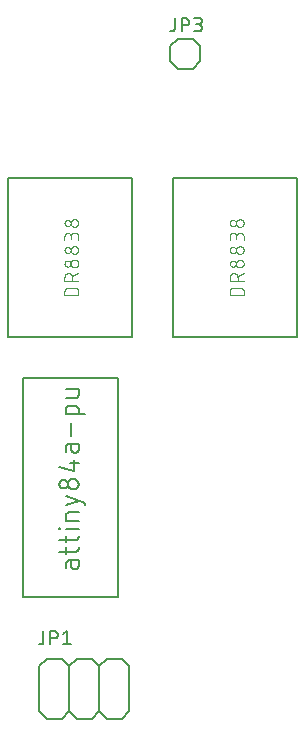
<source format=gbr>
G04 EAGLE Gerber RS-274X export*
G75*
%MOMM*%
%FSLAX34Y34*%
%LPD*%
%INSilkscreen Top*%
%IPPOS*%
%AMOC8*
5,1,8,0,0,1.08239X$1,22.5*%
G01*
%ADD10C,0.152400*%
%ADD11C,0.127000*%
%ADD12C,0.101600*%


D10*
X86500Y43550D02*
X92850Y37200D01*
X105550Y37200D02*
X111900Y43550D01*
X118250Y37200D01*
X130950Y37200D02*
X137300Y43550D01*
X86500Y43550D02*
X86500Y81650D01*
X92850Y88000D01*
X105550Y88000D01*
X111900Y81650D01*
X118250Y88000D01*
X130950Y88000D01*
X137300Y81650D01*
X111900Y81650D02*
X111900Y43550D01*
X137300Y43550D02*
X137300Y81650D01*
X130950Y37200D02*
X118250Y37200D01*
X105550Y37200D02*
X92850Y37200D01*
X137300Y43550D02*
X143650Y37200D01*
X156350Y37200D02*
X162700Y43550D01*
X137300Y81650D02*
X143650Y88000D01*
X156350Y88000D01*
X162700Y81650D01*
X162700Y43550D01*
X156350Y37200D02*
X143650Y37200D01*
D11*
X89945Y102525D02*
X89945Y111415D01*
X89945Y102525D02*
X89943Y102425D01*
X89937Y102326D01*
X89927Y102226D01*
X89914Y102128D01*
X89896Y102029D01*
X89875Y101932D01*
X89850Y101836D01*
X89821Y101740D01*
X89788Y101646D01*
X89752Y101553D01*
X89712Y101462D01*
X89668Y101372D01*
X89621Y101284D01*
X89571Y101198D01*
X89517Y101114D01*
X89460Y101032D01*
X89400Y100953D01*
X89336Y100875D01*
X89270Y100801D01*
X89201Y100729D01*
X89129Y100660D01*
X89055Y100594D01*
X88977Y100530D01*
X88898Y100470D01*
X88816Y100413D01*
X88732Y100359D01*
X88646Y100309D01*
X88558Y100262D01*
X88468Y100218D01*
X88377Y100178D01*
X88284Y100142D01*
X88190Y100109D01*
X88094Y100080D01*
X87998Y100055D01*
X87901Y100034D01*
X87802Y100016D01*
X87704Y100003D01*
X87604Y99993D01*
X87505Y99987D01*
X87405Y99985D01*
X86135Y99985D01*
X95925Y99985D02*
X95925Y111415D01*
X99100Y111415D01*
X99211Y111413D01*
X99321Y111407D01*
X99432Y111398D01*
X99542Y111384D01*
X99651Y111367D01*
X99760Y111346D01*
X99868Y111321D01*
X99975Y111292D01*
X100081Y111260D01*
X100186Y111224D01*
X100289Y111184D01*
X100391Y111141D01*
X100492Y111094D01*
X100591Y111043D01*
X100688Y110990D01*
X100782Y110933D01*
X100875Y110872D01*
X100966Y110809D01*
X101055Y110742D01*
X101141Y110672D01*
X101224Y110599D01*
X101306Y110524D01*
X101384Y110446D01*
X101459Y110364D01*
X101532Y110281D01*
X101602Y110195D01*
X101669Y110106D01*
X101732Y110015D01*
X101793Y109922D01*
X101850Y109827D01*
X101903Y109731D01*
X101954Y109632D01*
X102001Y109531D01*
X102044Y109429D01*
X102084Y109326D01*
X102120Y109221D01*
X102152Y109115D01*
X102181Y109008D01*
X102206Y108900D01*
X102227Y108791D01*
X102244Y108682D01*
X102258Y108572D01*
X102267Y108461D01*
X102273Y108351D01*
X102275Y108240D01*
X102273Y108129D01*
X102267Y108019D01*
X102258Y107908D01*
X102244Y107798D01*
X102227Y107689D01*
X102206Y107580D01*
X102181Y107472D01*
X102152Y107365D01*
X102120Y107259D01*
X102084Y107154D01*
X102044Y107051D01*
X102001Y106949D01*
X101954Y106848D01*
X101903Y106749D01*
X101850Y106652D01*
X101793Y106558D01*
X101732Y106465D01*
X101669Y106374D01*
X101602Y106285D01*
X101532Y106199D01*
X101459Y106116D01*
X101384Y106034D01*
X101306Y105956D01*
X101224Y105881D01*
X101141Y105808D01*
X101055Y105738D01*
X100966Y105671D01*
X100875Y105608D01*
X100782Y105547D01*
X100687Y105490D01*
X100591Y105437D01*
X100492Y105386D01*
X100391Y105339D01*
X100289Y105296D01*
X100186Y105256D01*
X100081Y105220D01*
X99975Y105188D01*
X99868Y105159D01*
X99760Y105134D01*
X99651Y105113D01*
X99542Y105096D01*
X99432Y105082D01*
X99321Y105073D01*
X99211Y105067D01*
X99100Y105065D01*
X95925Y105065D01*
X106784Y108875D02*
X109959Y111415D01*
X109959Y99985D01*
X106784Y99985D02*
X113134Y99985D01*
X165000Y495000D02*
X60000Y495000D01*
X165000Y495000D02*
X165000Y360000D01*
X60000Y360000D01*
X60000Y495000D01*
D12*
X107808Y395508D02*
X119492Y395508D01*
X107808Y395508D02*
X107808Y398754D01*
X107810Y398867D01*
X107816Y398980D01*
X107826Y399093D01*
X107840Y399206D01*
X107857Y399318D01*
X107879Y399429D01*
X107904Y399539D01*
X107934Y399649D01*
X107967Y399757D01*
X108004Y399864D01*
X108044Y399970D01*
X108089Y400074D01*
X108137Y400177D01*
X108188Y400278D01*
X108243Y400377D01*
X108301Y400474D01*
X108363Y400569D01*
X108428Y400662D01*
X108496Y400752D01*
X108567Y400840D01*
X108642Y400926D01*
X108719Y401009D01*
X108799Y401089D01*
X108882Y401166D01*
X108968Y401241D01*
X109056Y401312D01*
X109146Y401380D01*
X109239Y401445D01*
X109334Y401507D01*
X109431Y401565D01*
X109530Y401620D01*
X109631Y401671D01*
X109734Y401719D01*
X109838Y401764D01*
X109944Y401804D01*
X110051Y401841D01*
X110159Y401874D01*
X110269Y401904D01*
X110379Y401929D01*
X110490Y401951D01*
X110602Y401968D01*
X110715Y401982D01*
X110828Y401992D01*
X110941Y401998D01*
X111054Y402000D01*
X111054Y401999D02*
X116246Y401999D01*
X116246Y402000D02*
X116359Y401998D01*
X116472Y401992D01*
X116585Y401982D01*
X116698Y401968D01*
X116810Y401951D01*
X116921Y401929D01*
X117031Y401904D01*
X117141Y401874D01*
X117249Y401841D01*
X117356Y401804D01*
X117462Y401764D01*
X117566Y401719D01*
X117669Y401671D01*
X117770Y401620D01*
X117869Y401565D01*
X117966Y401507D01*
X118061Y401445D01*
X118154Y401380D01*
X118244Y401312D01*
X118332Y401241D01*
X118418Y401166D01*
X118501Y401089D01*
X118581Y401009D01*
X118658Y400926D01*
X118733Y400840D01*
X118804Y400752D01*
X118872Y400662D01*
X118937Y400569D01*
X118999Y400474D01*
X119057Y400377D01*
X119112Y400278D01*
X119163Y400177D01*
X119211Y400074D01*
X119256Y399970D01*
X119296Y399864D01*
X119333Y399757D01*
X119366Y399649D01*
X119396Y399539D01*
X119421Y399429D01*
X119443Y399318D01*
X119460Y399206D01*
X119474Y399093D01*
X119484Y398980D01*
X119490Y398867D01*
X119492Y398754D01*
X119492Y395508D01*
X119492Y407774D02*
X107808Y407774D01*
X107808Y411019D01*
X107810Y411132D01*
X107816Y411245D01*
X107826Y411358D01*
X107840Y411471D01*
X107857Y411583D01*
X107879Y411694D01*
X107904Y411804D01*
X107934Y411914D01*
X107967Y412022D01*
X108004Y412129D01*
X108044Y412235D01*
X108089Y412339D01*
X108137Y412442D01*
X108188Y412543D01*
X108243Y412642D01*
X108301Y412739D01*
X108363Y412834D01*
X108428Y412927D01*
X108496Y413017D01*
X108567Y413105D01*
X108642Y413191D01*
X108719Y413274D01*
X108799Y413354D01*
X108882Y413431D01*
X108968Y413506D01*
X109056Y413577D01*
X109146Y413645D01*
X109239Y413710D01*
X109334Y413772D01*
X109431Y413830D01*
X109530Y413885D01*
X109631Y413936D01*
X109734Y413984D01*
X109838Y414029D01*
X109944Y414069D01*
X110051Y414106D01*
X110159Y414139D01*
X110269Y414169D01*
X110379Y414194D01*
X110490Y414216D01*
X110602Y414233D01*
X110715Y414247D01*
X110828Y414257D01*
X110941Y414263D01*
X111054Y414265D01*
X111167Y414263D01*
X111280Y414257D01*
X111393Y414247D01*
X111506Y414233D01*
X111618Y414216D01*
X111729Y414194D01*
X111839Y414169D01*
X111949Y414139D01*
X112057Y414106D01*
X112164Y414069D01*
X112270Y414029D01*
X112374Y413984D01*
X112477Y413936D01*
X112578Y413885D01*
X112677Y413830D01*
X112774Y413772D01*
X112869Y413710D01*
X112962Y413645D01*
X113052Y413577D01*
X113140Y413506D01*
X113226Y413431D01*
X113309Y413354D01*
X113389Y413274D01*
X113466Y413191D01*
X113541Y413105D01*
X113612Y413017D01*
X113680Y412927D01*
X113745Y412834D01*
X113807Y412739D01*
X113865Y412642D01*
X113920Y412543D01*
X113971Y412442D01*
X114019Y412339D01*
X114064Y412235D01*
X114104Y412129D01*
X114141Y412022D01*
X114174Y411914D01*
X114204Y411804D01*
X114229Y411694D01*
X114251Y411583D01*
X114268Y411471D01*
X114282Y411358D01*
X114292Y411245D01*
X114298Y411132D01*
X114300Y411019D01*
X114299Y411019D02*
X114299Y407774D01*
X114299Y411668D02*
X119492Y414265D01*
X116246Y419129D02*
X116133Y419131D01*
X116020Y419137D01*
X115907Y419147D01*
X115794Y419161D01*
X115682Y419178D01*
X115571Y419200D01*
X115461Y419225D01*
X115351Y419255D01*
X115243Y419288D01*
X115136Y419325D01*
X115030Y419365D01*
X114926Y419410D01*
X114823Y419458D01*
X114722Y419509D01*
X114623Y419564D01*
X114526Y419622D01*
X114431Y419684D01*
X114338Y419749D01*
X114248Y419817D01*
X114160Y419888D01*
X114074Y419963D01*
X113991Y420040D01*
X113911Y420120D01*
X113834Y420203D01*
X113759Y420289D01*
X113688Y420377D01*
X113620Y420467D01*
X113555Y420560D01*
X113493Y420655D01*
X113435Y420752D01*
X113380Y420851D01*
X113329Y420952D01*
X113281Y421055D01*
X113236Y421159D01*
X113196Y421265D01*
X113159Y421372D01*
X113126Y421480D01*
X113096Y421590D01*
X113071Y421700D01*
X113049Y421811D01*
X113032Y421923D01*
X113018Y422036D01*
X113008Y422149D01*
X113002Y422262D01*
X113000Y422375D01*
X113002Y422488D01*
X113008Y422601D01*
X113018Y422714D01*
X113032Y422827D01*
X113049Y422939D01*
X113071Y423050D01*
X113096Y423160D01*
X113126Y423270D01*
X113159Y423378D01*
X113196Y423485D01*
X113236Y423591D01*
X113281Y423695D01*
X113329Y423798D01*
X113380Y423899D01*
X113435Y423998D01*
X113493Y424095D01*
X113555Y424190D01*
X113620Y424283D01*
X113688Y424373D01*
X113759Y424461D01*
X113834Y424547D01*
X113911Y424630D01*
X113991Y424710D01*
X114074Y424787D01*
X114160Y424862D01*
X114248Y424933D01*
X114338Y425001D01*
X114431Y425066D01*
X114526Y425128D01*
X114623Y425186D01*
X114722Y425241D01*
X114823Y425292D01*
X114926Y425340D01*
X115030Y425385D01*
X115136Y425425D01*
X115243Y425462D01*
X115351Y425495D01*
X115461Y425525D01*
X115571Y425550D01*
X115682Y425572D01*
X115794Y425589D01*
X115907Y425603D01*
X116020Y425613D01*
X116133Y425619D01*
X116246Y425621D01*
X116359Y425619D01*
X116472Y425613D01*
X116585Y425603D01*
X116698Y425589D01*
X116810Y425572D01*
X116921Y425550D01*
X117031Y425525D01*
X117141Y425495D01*
X117249Y425462D01*
X117356Y425425D01*
X117462Y425385D01*
X117566Y425340D01*
X117669Y425292D01*
X117770Y425241D01*
X117869Y425186D01*
X117966Y425128D01*
X118061Y425066D01*
X118154Y425001D01*
X118244Y424933D01*
X118332Y424862D01*
X118418Y424787D01*
X118501Y424710D01*
X118581Y424630D01*
X118658Y424547D01*
X118733Y424461D01*
X118804Y424373D01*
X118872Y424283D01*
X118937Y424190D01*
X118999Y424095D01*
X119057Y423998D01*
X119112Y423899D01*
X119163Y423798D01*
X119211Y423695D01*
X119256Y423591D01*
X119296Y423485D01*
X119333Y423378D01*
X119366Y423270D01*
X119396Y423160D01*
X119421Y423050D01*
X119443Y422939D01*
X119460Y422827D01*
X119474Y422714D01*
X119484Y422601D01*
X119490Y422488D01*
X119492Y422375D01*
X119490Y422262D01*
X119484Y422149D01*
X119474Y422036D01*
X119460Y421923D01*
X119443Y421811D01*
X119421Y421700D01*
X119396Y421590D01*
X119366Y421480D01*
X119333Y421372D01*
X119296Y421265D01*
X119256Y421159D01*
X119211Y421055D01*
X119163Y420952D01*
X119112Y420851D01*
X119057Y420752D01*
X118999Y420655D01*
X118937Y420560D01*
X118872Y420467D01*
X118804Y420377D01*
X118733Y420289D01*
X118658Y420203D01*
X118581Y420120D01*
X118501Y420040D01*
X118418Y419963D01*
X118332Y419888D01*
X118244Y419817D01*
X118154Y419749D01*
X118061Y419684D01*
X117966Y419622D01*
X117869Y419564D01*
X117770Y419509D01*
X117669Y419458D01*
X117566Y419410D01*
X117462Y419365D01*
X117356Y419325D01*
X117249Y419288D01*
X117141Y419255D01*
X117031Y419225D01*
X116921Y419200D01*
X116810Y419178D01*
X116698Y419161D01*
X116585Y419147D01*
X116472Y419137D01*
X116359Y419131D01*
X116246Y419129D01*
X110404Y419779D02*
X110303Y419781D01*
X110203Y419787D01*
X110103Y419797D01*
X110003Y419810D01*
X109904Y419828D01*
X109805Y419849D01*
X109708Y419874D01*
X109611Y419903D01*
X109516Y419936D01*
X109422Y419972D01*
X109330Y420012D01*
X109239Y420055D01*
X109150Y420102D01*
X109063Y420152D01*
X108977Y420206D01*
X108894Y420263D01*
X108814Y420323D01*
X108735Y420386D01*
X108659Y420453D01*
X108586Y420522D01*
X108516Y420594D01*
X108448Y420668D01*
X108383Y420745D01*
X108322Y420825D01*
X108263Y420907D01*
X108208Y420991D01*
X108156Y421077D01*
X108107Y421165D01*
X108062Y421255D01*
X108020Y421347D01*
X107982Y421440D01*
X107948Y421535D01*
X107917Y421630D01*
X107890Y421727D01*
X107867Y421825D01*
X107847Y421924D01*
X107832Y422024D01*
X107820Y422124D01*
X107812Y422224D01*
X107808Y422325D01*
X107808Y422425D01*
X107812Y422526D01*
X107820Y422626D01*
X107832Y422726D01*
X107847Y422826D01*
X107867Y422925D01*
X107890Y423023D01*
X107917Y423120D01*
X107948Y423215D01*
X107982Y423310D01*
X108020Y423403D01*
X108062Y423495D01*
X108107Y423585D01*
X108156Y423673D01*
X108208Y423759D01*
X108263Y423843D01*
X108322Y423925D01*
X108383Y424005D01*
X108448Y424082D01*
X108516Y424156D01*
X108586Y424228D01*
X108659Y424297D01*
X108735Y424364D01*
X108814Y424427D01*
X108894Y424487D01*
X108977Y424544D01*
X109063Y424598D01*
X109150Y424648D01*
X109239Y424695D01*
X109330Y424738D01*
X109422Y424778D01*
X109516Y424814D01*
X109611Y424847D01*
X109708Y424876D01*
X109805Y424901D01*
X109904Y424922D01*
X110003Y424940D01*
X110103Y424953D01*
X110203Y424963D01*
X110303Y424969D01*
X110404Y424971D01*
X110505Y424969D01*
X110605Y424963D01*
X110705Y424953D01*
X110805Y424940D01*
X110904Y424922D01*
X111003Y424901D01*
X111100Y424876D01*
X111197Y424847D01*
X111292Y424814D01*
X111386Y424778D01*
X111478Y424738D01*
X111569Y424695D01*
X111658Y424648D01*
X111745Y424598D01*
X111831Y424544D01*
X111914Y424487D01*
X111994Y424427D01*
X112073Y424364D01*
X112149Y424297D01*
X112222Y424228D01*
X112292Y424156D01*
X112360Y424082D01*
X112425Y424005D01*
X112486Y423925D01*
X112545Y423843D01*
X112600Y423759D01*
X112652Y423673D01*
X112701Y423585D01*
X112746Y423495D01*
X112788Y423403D01*
X112826Y423310D01*
X112860Y423215D01*
X112891Y423120D01*
X112918Y423023D01*
X112941Y422925D01*
X112961Y422826D01*
X112976Y422726D01*
X112988Y422626D01*
X112996Y422526D01*
X113000Y422425D01*
X113000Y422325D01*
X112996Y422224D01*
X112988Y422124D01*
X112976Y422024D01*
X112961Y421924D01*
X112941Y421825D01*
X112918Y421727D01*
X112891Y421630D01*
X112860Y421535D01*
X112826Y421440D01*
X112788Y421347D01*
X112746Y421255D01*
X112701Y421165D01*
X112652Y421077D01*
X112600Y420991D01*
X112545Y420907D01*
X112486Y420825D01*
X112425Y420745D01*
X112360Y420668D01*
X112292Y420594D01*
X112222Y420522D01*
X112149Y420453D01*
X112073Y420386D01*
X111994Y420323D01*
X111914Y420263D01*
X111831Y420206D01*
X111745Y420152D01*
X111658Y420102D01*
X111569Y420055D01*
X111478Y420012D01*
X111386Y419972D01*
X111292Y419936D01*
X111197Y419903D01*
X111100Y419874D01*
X111003Y419849D01*
X110904Y419828D01*
X110805Y419810D01*
X110705Y419797D01*
X110605Y419787D01*
X110505Y419781D01*
X110404Y419779D01*
X116246Y430559D02*
X116133Y430561D01*
X116020Y430567D01*
X115907Y430577D01*
X115794Y430591D01*
X115682Y430608D01*
X115571Y430630D01*
X115461Y430655D01*
X115351Y430685D01*
X115243Y430718D01*
X115136Y430755D01*
X115030Y430795D01*
X114926Y430840D01*
X114823Y430888D01*
X114722Y430939D01*
X114623Y430994D01*
X114526Y431052D01*
X114431Y431114D01*
X114338Y431179D01*
X114248Y431247D01*
X114160Y431318D01*
X114074Y431393D01*
X113991Y431470D01*
X113911Y431550D01*
X113834Y431633D01*
X113759Y431719D01*
X113688Y431807D01*
X113620Y431897D01*
X113555Y431990D01*
X113493Y432085D01*
X113435Y432182D01*
X113380Y432281D01*
X113329Y432382D01*
X113281Y432485D01*
X113236Y432589D01*
X113196Y432695D01*
X113159Y432802D01*
X113126Y432910D01*
X113096Y433020D01*
X113071Y433130D01*
X113049Y433241D01*
X113032Y433353D01*
X113018Y433466D01*
X113008Y433579D01*
X113002Y433692D01*
X113000Y433805D01*
X113002Y433918D01*
X113008Y434031D01*
X113018Y434144D01*
X113032Y434257D01*
X113049Y434369D01*
X113071Y434480D01*
X113096Y434590D01*
X113126Y434700D01*
X113159Y434808D01*
X113196Y434915D01*
X113236Y435021D01*
X113281Y435125D01*
X113329Y435228D01*
X113380Y435329D01*
X113435Y435428D01*
X113493Y435525D01*
X113555Y435620D01*
X113620Y435713D01*
X113688Y435803D01*
X113759Y435891D01*
X113834Y435977D01*
X113911Y436060D01*
X113991Y436140D01*
X114074Y436217D01*
X114160Y436292D01*
X114248Y436363D01*
X114338Y436431D01*
X114431Y436496D01*
X114526Y436558D01*
X114623Y436616D01*
X114722Y436671D01*
X114823Y436722D01*
X114926Y436770D01*
X115030Y436815D01*
X115136Y436855D01*
X115243Y436892D01*
X115351Y436925D01*
X115461Y436955D01*
X115571Y436980D01*
X115682Y437002D01*
X115794Y437019D01*
X115907Y437033D01*
X116020Y437043D01*
X116133Y437049D01*
X116246Y437051D01*
X116359Y437049D01*
X116472Y437043D01*
X116585Y437033D01*
X116698Y437019D01*
X116810Y437002D01*
X116921Y436980D01*
X117031Y436955D01*
X117141Y436925D01*
X117249Y436892D01*
X117356Y436855D01*
X117462Y436815D01*
X117566Y436770D01*
X117669Y436722D01*
X117770Y436671D01*
X117869Y436616D01*
X117966Y436558D01*
X118061Y436496D01*
X118154Y436431D01*
X118244Y436363D01*
X118332Y436292D01*
X118418Y436217D01*
X118501Y436140D01*
X118581Y436060D01*
X118658Y435977D01*
X118733Y435891D01*
X118804Y435803D01*
X118872Y435713D01*
X118937Y435620D01*
X118999Y435525D01*
X119057Y435428D01*
X119112Y435329D01*
X119163Y435228D01*
X119211Y435125D01*
X119256Y435021D01*
X119296Y434915D01*
X119333Y434808D01*
X119366Y434700D01*
X119396Y434590D01*
X119421Y434480D01*
X119443Y434369D01*
X119460Y434257D01*
X119474Y434144D01*
X119484Y434031D01*
X119490Y433918D01*
X119492Y433805D01*
X119490Y433692D01*
X119484Y433579D01*
X119474Y433466D01*
X119460Y433353D01*
X119443Y433241D01*
X119421Y433130D01*
X119396Y433020D01*
X119366Y432910D01*
X119333Y432802D01*
X119296Y432695D01*
X119256Y432589D01*
X119211Y432485D01*
X119163Y432382D01*
X119112Y432281D01*
X119057Y432182D01*
X118999Y432085D01*
X118937Y431990D01*
X118872Y431897D01*
X118804Y431807D01*
X118733Y431719D01*
X118658Y431633D01*
X118581Y431550D01*
X118501Y431470D01*
X118418Y431393D01*
X118332Y431318D01*
X118244Y431247D01*
X118154Y431179D01*
X118061Y431114D01*
X117966Y431052D01*
X117869Y430994D01*
X117770Y430939D01*
X117669Y430888D01*
X117566Y430840D01*
X117462Y430795D01*
X117356Y430755D01*
X117249Y430718D01*
X117141Y430685D01*
X117031Y430655D01*
X116921Y430630D01*
X116810Y430608D01*
X116698Y430591D01*
X116585Y430577D01*
X116472Y430567D01*
X116359Y430561D01*
X116246Y430559D01*
X110404Y431209D02*
X110303Y431211D01*
X110203Y431217D01*
X110103Y431227D01*
X110003Y431240D01*
X109904Y431258D01*
X109805Y431279D01*
X109708Y431304D01*
X109611Y431333D01*
X109516Y431366D01*
X109422Y431402D01*
X109330Y431442D01*
X109239Y431485D01*
X109150Y431532D01*
X109063Y431582D01*
X108977Y431636D01*
X108894Y431693D01*
X108814Y431753D01*
X108735Y431816D01*
X108659Y431883D01*
X108586Y431952D01*
X108516Y432024D01*
X108448Y432098D01*
X108383Y432175D01*
X108322Y432255D01*
X108263Y432337D01*
X108208Y432421D01*
X108156Y432507D01*
X108107Y432595D01*
X108062Y432685D01*
X108020Y432777D01*
X107982Y432870D01*
X107948Y432965D01*
X107917Y433060D01*
X107890Y433157D01*
X107867Y433255D01*
X107847Y433354D01*
X107832Y433454D01*
X107820Y433554D01*
X107812Y433654D01*
X107808Y433755D01*
X107808Y433855D01*
X107812Y433956D01*
X107820Y434056D01*
X107832Y434156D01*
X107847Y434256D01*
X107867Y434355D01*
X107890Y434453D01*
X107917Y434550D01*
X107948Y434645D01*
X107982Y434740D01*
X108020Y434833D01*
X108062Y434925D01*
X108107Y435015D01*
X108156Y435103D01*
X108208Y435189D01*
X108263Y435273D01*
X108322Y435355D01*
X108383Y435435D01*
X108448Y435512D01*
X108516Y435586D01*
X108586Y435658D01*
X108659Y435727D01*
X108735Y435794D01*
X108814Y435857D01*
X108894Y435917D01*
X108977Y435974D01*
X109063Y436028D01*
X109150Y436078D01*
X109239Y436125D01*
X109330Y436168D01*
X109422Y436208D01*
X109516Y436244D01*
X109611Y436277D01*
X109708Y436306D01*
X109805Y436331D01*
X109904Y436352D01*
X110003Y436370D01*
X110103Y436383D01*
X110203Y436393D01*
X110303Y436399D01*
X110404Y436401D01*
X110505Y436399D01*
X110605Y436393D01*
X110705Y436383D01*
X110805Y436370D01*
X110904Y436352D01*
X111003Y436331D01*
X111100Y436306D01*
X111197Y436277D01*
X111292Y436244D01*
X111386Y436208D01*
X111478Y436168D01*
X111569Y436125D01*
X111658Y436078D01*
X111745Y436028D01*
X111831Y435974D01*
X111914Y435917D01*
X111994Y435857D01*
X112073Y435794D01*
X112149Y435727D01*
X112222Y435658D01*
X112292Y435586D01*
X112360Y435512D01*
X112425Y435435D01*
X112486Y435355D01*
X112545Y435273D01*
X112600Y435189D01*
X112652Y435103D01*
X112701Y435015D01*
X112746Y434925D01*
X112788Y434833D01*
X112826Y434740D01*
X112860Y434645D01*
X112891Y434550D01*
X112918Y434453D01*
X112941Y434355D01*
X112961Y434256D01*
X112976Y434156D01*
X112988Y434056D01*
X112996Y433956D01*
X113000Y433855D01*
X113000Y433755D01*
X112996Y433654D01*
X112988Y433554D01*
X112976Y433454D01*
X112961Y433354D01*
X112941Y433255D01*
X112918Y433157D01*
X112891Y433060D01*
X112860Y432965D01*
X112826Y432870D01*
X112788Y432777D01*
X112746Y432685D01*
X112701Y432595D01*
X112652Y432507D01*
X112600Y432421D01*
X112545Y432337D01*
X112486Y432255D01*
X112425Y432175D01*
X112360Y432098D01*
X112292Y432024D01*
X112222Y431952D01*
X112149Y431883D01*
X112073Y431816D01*
X111994Y431753D01*
X111914Y431693D01*
X111831Y431636D01*
X111745Y431582D01*
X111658Y431532D01*
X111569Y431485D01*
X111478Y431442D01*
X111386Y431402D01*
X111292Y431366D01*
X111197Y431333D01*
X111100Y431304D01*
X111003Y431279D01*
X110904Y431258D01*
X110805Y431240D01*
X110705Y431227D01*
X110605Y431217D01*
X110505Y431211D01*
X110404Y431209D01*
X119492Y441990D02*
X119492Y445235D01*
X119490Y445348D01*
X119484Y445461D01*
X119474Y445574D01*
X119460Y445687D01*
X119443Y445799D01*
X119421Y445910D01*
X119396Y446020D01*
X119366Y446130D01*
X119333Y446238D01*
X119296Y446345D01*
X119256Y446451D01*
X119211Y446555D01*
X119163Y446658D01*
X119112Y446759D01*
X119057Y446858D01*
X118999Y446955D01*
X118937Y447050D01*
X118872Y447143D01*
X118804Y447233D01*
X118733Y447321D01*
X118658Y447407D01*
X118581Y447490D01*
X118501Y447570D01*
X118418Y447647D01*
X118332Y447722D01*
X118244Y447793D01*
X118154Y447861D01*
X118061Y447926D01*
X117966Y447988D01*
X117869Y448046D01*
X117770Y448101D01*
X117669Y448152D01*
X117566Y448200D01*
X117462Y448245D01*
X117356Y448285D01*
X117249Y448322D01*
X117141Y448355D01*
X117031Y448385D01*
X116921Y448410D01*
X116810Y448432D01*
X116698Y448449D01*
X116585Y448463D01*
X116472Y448473D01*
X116359Y448479D01*
X116246Y448481D01*
X116133Y448479D01*
X116020Y448473D01*
X115907Y448463D01*
X115794Y448449D01*
X115682Y448432D01*
X115571Y448410D01*
X115461Y448385D01*
X115351Y448355D01*
X115243Y448322D01*
X115136Y448285D01*
X115030Y448245D01*
X114926Y448200D01*
X114823Y448152D01*
X114722Y448101D01*
X114623Y448046D01*
X114526Y447988D01*
X114431Y447926D01*
X114338Y447861D01*
X114248Y447793D01*
X114160Y447722D01*
X114074Y447647D01*
X113991Y447570D01*
X113911Y447490D01*
X113834Y447407D01*
X113759Y447321D01*
X113688Y447233D01*
X113620Y447143D01*
X113555Y447050D01*
X113493Y446955D01*
X113435Y446858D01*
X113380Y446759D01*
X113329Y446658D01*
X113281Y446555D01*
X113236Y446451D01*
X113196Y446345D01*
X113159Y446238D01*
X113126Y446130D01*
X113096Y446020D01*
X113071Y445910D01*
X113049Y445799D01*
X113032Y445687D01*
X113018Y445574D01*
X113008Y445461D01*
X113002Y445348D01*
X113000Y445235D01*
X107808Y445885D02*
X107808Y441990D01*
X107808Y445885D02*
X107810Y445986D01*
X107816Y446086D01*
X107826Y446186D01*
X107839Y446286D01*
X107857Y446385D01*
X107878Y446484D01*
X107903Y446581D01*
X107932Y446678D01*
X107965Y446773D01*
X108001Y446867D01*
X108041Y446959D01*
X108084Y447050D01*
X108131Y447139D01*
X108181Y447226D01*
X108235Y447312D01*
X108292Y447395D01*
X108352Y447475D01*
X108415Y447554D01*
X108482Y447630D01*
X108551Y447703D01*
X108623Y447773D01*
X108697Y447841D01*
X108774Y447906D01*
X108854Y447967D01*
X108936Y448026D01*
X109020Y448081D01*
X109106Y448133D01*
X109194Y448182D01*
X109284Y448227D01*
X109376Y448269D01*
X109469Y448307D01*
X109564Y448341D01*
X109659Y448372D01*
X109756Y448399D01*
X109854Y448422D01*
X109953Y448442D01*
X110053Y448457D01*
X110153Y448469D01*
X110253Y448477D01*
X110354Y448481D01*
X110454Y448481D01*
X110555Y448477D01*
X110655Y448469D01*
X110755Y448457D01*
X110855Y448442D01*
X110954Y448422D01*
X111052Y448399D01*
X111149Y448372D01*
X111244Y448341D01*
X111339Y448307D01*
X111432Y448269D01*
X111524Y448227D01*
X111614Y448182D01*
X111702Y448133D01*
X111788Y448081D01*
X111872Y448026D01*
X111954Y447967D01*
X112034Y447906D01*
X112111Y447841D01*
X112185Y447773D01*
X112257Y447703D01*
X112326Y447630D01*
X112393Y447554D01*
X112456Y447475D01*
X112516Y447395D01*
X112573Y447312D01*
X112627Y447226D01*
X112677Y447139D01*
X112724Y447050D01*
X112767Y446959D01*
X112807Y446867D01*
X112843Y446773D01*
X112876Y446678D01*
X112905Y446581D01*
X112930Y446484D01*
X112951Y446385D01*
X112969Y446286D01*
X112982Y446186D01*
X112992Y446086D01*
X112998Y445986D01*
X113000Y445885D01*
X113001Y445885D02*
X113001Y443288D01*
X116246Y453419D02*
X116133Y453421D01*
X116020Y453427D01*
X115907Y453437D01*
X115794Y453451D01*
X115682Y453468D01*
X115571Y453490D01*
X115461Y453515D01*
X115351Y453545D01*
X115243Y453578D01*
X115136Y453615D01*
X115030Y453655D01*
X114926Y453700D01*
X114823Y453748D01*
X114722Y453799D01*
X114623Y453854D01*
X114526Y453912D01*
X114431Y453974D01*
X114338Y454039D01*
X114248Y454107D01*
X114160Y454178D01*
X114074Y454253D01*
X113991Y454330D01*
X113911Y454410D01*
X113834Y454493D01*
X113759Y454579D01*
X113688Y454667D01*
X113620Y454757D01*
X113555Y454850D01*
X113493Y454945D01*
X113435Y455042D01*
X113380Y455141D01*
X113329Y455242D01*
X113281Y455345D01*
X113236Y455449D01*
X113196Y455555D01*
X113159Y455662D01*
X113126Y455770D01*
X113096Y455880D01*
X113071Y455990D01*
X113049Y456101D01*
X113032Y456213D01*
X113018Y456326D01*
X113008Y456439D01*
X113002Y456552D01*
X113000Y456665D01*
X113002Y456778D01*
X113008Y456891D01*
X113018Y457004D01*
X113032Y457117D01*
X113049Y457229D01*
X113071Y457340D01*
X113096Y457450D01*
X113126Y457560D01*
X113159Y457668D01*
X113196Y457775D01*
X113236Y457881D01*
X113281Y457985D01*
X113329Y458088D01*
X113380Y458189D01*
X113435Y458288D01*
X113493Y458385D01*
X113555Y458480D01*
X113620Y458573D01*
X113688Y458663D01*
X113759Y458751D01*
X113834Y458837D01*
X113911Y458920D01*
X113991Y459000D01*
X114074Y459077D01*
X114160Y459152D01*
X114248Y459223D01*
X114338Y459291D01*
X114431Y459356D01*
X114526Y459418D01*
X114623Y459476D01*
X114722Y459531D01*
X114823Y459582D01*
X114926Y459630D01*
X115030Y459675D01*
X115136Y459715D01*
X115243Y459752D01*
X115351Y459785D01*
X115461Y459815D01*
X115571Y459840D01*
X115682Y459862D01*
X115794Y459879D01*
X115907Y459893D01*
X116020Y459903D01*
X116133Y459909D01*
X116246Y459911D01*
X116359Y459909D01*
X116472Y459903D01*
X116585Y459893D01*
X116698Y459879D01*
X116810Y459862D01*
X116921Y459840D01*
X117031Y459815D01*
X117141Y459785D01*
X117249Y459752D01*
X117356Y459715D01*
X117462Y459675D01*
X117566Y459630D01*
X117669Y459582D01*
X117770Y459531D01*
X117869Y459476D01*
X117966Y459418D01*
X118061Y459356D01*
X118154Y459291D01*
X118244Y459223D01*
X118332Y459152D01*
X118418Y459077D01*
X118501Y459000D01*
X118581Y458920D01*
X118658Y458837D01*
X118733Y458751D01*
X118804Y458663D01*
X118872Y458573D01*
X118937Y458480D01*
X118999Y458385D01*
X119057Y458288D01*
X119112Y458189D01*
X119163Y458088D01*
X119211Y457985D01*
X119256Y457881D01*
X119296Y457775D01*
X119333Y457668D01*
X119366Y457560D01*
X119396Y457450D01*
X119421Y457340D01*
X119443Y457229D01*
X119460Y457117D01*
X119474Y457004D01*
X119484Y456891D01*
X119490Y456778D01*
X119492Y456665D01*
X119490Y456552D01*
X119484Y456439D01*
X119474Y456326D01*
X119460Y456213D01*
X119443Y456101D01*
X119421Y455990D01*
X119396Y455880D01*
X119366Y455770D01*
X119333Y455662D01*
X119296Y455555D01*
X119256Y455449D01*
X119211Y455345D01*
X119163Y455242D01*
X119112Y455141D01*
X119057Y455042D01*
X118999Y454945D01*
X118937Y454850D01*
X118872Y454757D01*
X118804Y454667D01*
X118733Y454579D01*
X118658Y454493D01*
X118581Y454410D01*
X118501Y454330D01*
X118418Y454253D01*
X118332Y454178D01*
X118244Y454107D01*
X118154Y454039D01*
X118061Y453974D01*
X117966Y453912D01*
X117869Y453854D01*
X117770Y453799D01*
X117669Y453748D01*
X117566Y453700D01*
X117462Y453655D01*
X117356Y453615D01*
X117249Y453578D01*
X117141Y453545D01*
X117031Y453515D01*
X116921Y453490D01*
X116810Y453468D01*
X116698Y453451D01*
X116585Y453437D01*
X116472Y453427D01*
X116359Y453421D01*
X116246Y453419D01*
X110404Y454069D02*
X110303Y454071D01*
X110203Y454077D01*
X110103Y454087D01*
X110003Y454100D01*
X109904Y454118D01*
X109805Y454139D01*
X109708Y454164D01*
X109611Y454193D01*
X109516Y454226D01*
X109422Y454262D01*
X109330Y454302D01*
X109239Y454345D01*
X109150Y454392D01*
X109063Y454442D01*
X108977Y454496D01*
X108894Y454553D01*
X108814Y454613D01*
X108735Y454676D01*
X108659Y454743D01*
X108586Y454812D01*
X108516Y454884D01*
X108448Y454958D01*
X108383Y455035D01*
X108322Y455115D01*
X108263Y455197D01*
X108208Y455281D01*
X108156Y455367D01*
X108107Y455455D01*
X108062Y455545D01*
X108020Y455637D01*
X107982Y455730D01*
X107948Y455825D01*
X107917Y455920D01*
X107890Y456017D01*
X107867Y456115D01*
X107847Y456214D01*
X107832Y456314D01*
X107820Y456414D01*
X107812Y456514D01*
X107808Y456615D01*
X107808Y456715D01*
X107812Y456816D01*
X107820Y456916D01*
X107832Y457016D01*
X107847Y457116D01*
X107867Y457215D01*
X107890Y457313D01*
X107917Y457410D01*
X107948Y457505D01*
X107982Y457600D01*
X108020Y457693D01*
X108062Y457785D01*
X108107Y457875D01*
X108156Y457963D01*
X108208Y458049D01*
X108263Y458133D01*
X108322Y458215D01*
X108383Y458295D01*
X108448Y458372D01*
X108516Y458446D01*
X108586Y458518D01*
X108659Y458587D01*
X108735Y458654D01*
X108814Y458717D01*
X108894Y458777D01*
X108977Y458834D01*
X109063Y458888D01*
X109150Y458938D01*
X109239Y458985D01*
X109330Y459028D01*
X109422Y459068D01*
X109516Y459104D01*
X109611Y459137D01*
X109708Y459166D01*
X109805Y459191D01*
X109904Y459212D01*
X110003Y459230D01*
X110103Y459243D01*
X110203Y459253D01*
X110303Y459259D01*
X110404Y459261D01*
X110505Y459259D01*
X110605Y459253D01*
X110705Y459243D01*
X110805Y459230D01*
X110904Y459212D01*
X111003Y459191D01*
X111100Y459166D01*
X111197Y459137D01*
X111292Y459104D01*
X111386Y459068D01*
X111478Y459028D01*
X111569Y458985D01*
X111658Y458938D01*
X111745Y458888D01*
X111831Y458834D01*
X111914Y458777D01*
X111994Y458717D01*
X112073Y458654D01*
X112149Y458587D01*
X112222Y458518D01*
X112292Y458446D01*
X112360Y458372D01*
X112425Y458295D01*
X112486Y458215D01*
X112545Y458133D01*
X112600Y458049D01*
X112652Y457963D01*
X112701Y457875D01*
X112746Y457785D01*
X112788Y457693D01*
X112826Y457600D01*
X112860Y457505D01*
X112891Y457410D01*
X112918Y457313D01*
X112941Y457215D01*
X112961Y457116D01*
X112976Y457016D01*
X112988Y456916D01*
X112996Y456816D01*
X113000Y456715D01*
X113000Y456615D01*
X112996Y456514D01*
X112988Y456414D01*
X112976Y456314D01*
X112961Y456214D01*
X112941Y456115D01*
X112918Y456017D01*
X112891Y455920D01*
X112860Y455825D01*
X112826Y455730D01*
X112788Y455637D01*
X112746Y455545D01*
X112701Y455455D01*
X112652Y455367D01*
X112600Y455281D01*
X112545Y455197D01*
X112486Y455115D01*
X112425Y455035D01*
X112360Y454958D01*
X112292Y454884D01*
X112222Y454812D01*
X112149Y454743D01*
X112073Y454676D01*
X111994Y454613D01*
X111914Y454553D01*
X111831Y454496D01*
X111745Y454442D01*
X111658Y454392D01*
X111569Y454345D01*
X111478Y454302D01*
X111386Y454262D01*
X111292Y454226D01*
X111197Y454193D01*
X111100Y454164D01*
X111003Y454139D01*
X110904Y454118D01*
X110805Y454100D01*
X110705Y454087D01*
X110605Y454077D01*
X110505Y454071D01*
X110404Y454069D01*
D11*
X200000Y495000D02*
X305000Y495000D01*
X305000Y360000D01*
X200000Y360000D01*
X200000Y495000D01*
D12*
X247808Y395508D02*
X259492Y395508D01*
X247808Y395508D02*
X247808Y398754D01*
X247810Y398867D01*
X247816Y398980D01*
X247826Y399093D01*
X247840Y399206D01*
X247857Y399318D01*
X247879Y399429D01*
X247904Y399539D01*
X247934Y399649D01*
X247967Y399757D01*
X248004Y399864D01*
X248044Y399970D01*
X248089Y400074D01*
X248137Y400177D01*
X248188Y400278D01*
X248243Y400377D01*
X248301Y400474D01*
X248363Y400569D01*
X248428Y400662D01*
X248496Y400752D01*
X248567Y400840D01*
X248642Y400926D01*
X248719Y401009D01*
X248799Y401089D01*
X248882Y401166D01*
X248968Y401241D01*
X249056Y401312D01*
X249146Y401380D01*
X249239Y401445D01*
X249334Y401507D01*
X249431Y401565D01*
X249530Y401620D01*
X249631Y401671D01*
X249734Y401719D01*
X249838Y401764D01*
X249944Y401804D01*
X250051Y401841D01*
X250159Y401874D01*
X250269Y401904D01*
X250379Y401929D01*
X250490Y401951D01*
X250602Y401968D01*
X250715Y401982D01*
X250828Y401992D01*
X250941Y401998D01*
X251054Y402000D01*
X251054Y401999D02*
X256246Y401999D01*
X256246Y402000D02*
X256359Y401998D01*
X256472Y401992D01*
X256585Y401982D01*
X256698Y401968D01*
X256810Y401951D01*
X256921Y401929D01*
X257031Y401904D01*
X257141Y401874D01*
X257249Y401841D01*
X257356Y401804D01*
X257462Y401764D01*
X257566Y401719D01*
X257669Y401671D01*
X257770Y401620D01*
X257869Y401565D01*
X257966Y401507D01*
X258061Y401445D01*
X258154Y401380D01*
X258244Y401312D01*
X258332Y401241D01*
X258418Y401166D01*
X258501Y401089D01*
X258581Y401009D01*
X258658Y400926D01*
X258733Y400840D01*
X258804Y400752D01*
X258872Y400662D01*
X258937Y400569D01*
X258999Y400474D01*
X259057Y400377D01*
X259112Y400278D01*
X259163Y400177D01*
X259211Y400074D01*
X259256Y399970D01*
X259296Y399864D01*
X259333Y399757D01*
X259366Y399649D01*
X259396Y399539D01*
X259421Y399429D01*
X259443Y399318D01*
X259460Y399206D01*
X259474Y399093D01*
X259484Y398980D01*
X259490Y398867D01*
X259492Y398754D01*
X259492Y395508D01*
X259492Y407774D02*
X247808Y407774D01*
X247808Y411019D01*
X247810Y411132D01*
X247816Y411245D01*
X247826Y411358D01*
X247840Y411471D01*
X247857Y411583D01*
X247879Y411694D01*
X247904Y411804D01*
X247934Y411914D01*
X247967Y412022D01*
X248004Y412129D01*
X248044Y412235D01*
X248089Y412339D01*
X248137Y412442D01*
X248188Y412543D01*
X248243Y412642D01*
X248301Y412739D01*
X248363Y412834D01*
X248428Y412927D01*
X248496Y413017D01*
X248567Y413105D01*
X248642Y413191D01*
X248719Y413274D01*
X248799Y413354D01*
X248882Y413431D01*
X248968Y413506D01*
X249056Y413577D01*
X249146Y413645D01*
X249239Y413710D01*
X249334Y413772D01*
X249431Y413830D01*
X249530Y413885D01*
X249631Y413936D01*
X249734Y413984D01*
X249838Y414029D01*
X249944Y414069D01*
X250051Y414106D01*
X250159Y414139D01*
X250269Y414169D01*
X250379Y414194D01*
X250490Y414216D01*
X250602Y414233D01*
X250715Y414247D01*
X250828Y414257D01*
X250941Y414263D01*
X251054Y414265D01*
X251167Y414263D01*
X251280Y414257D01*
X251393Y414247D01*
X251506Y414233D01*
X251618Y414216D01*
X251729Y414194D01*
X251839Y414169D01*
X251949Y414139D01*
X252057Y414106D01*
X252164Y414069D01*
X252270Y414029D01*
X252374Y413984D01*
X252477Y413936D01*
X252578Y413885D01*
X252677Y413830D01*
X252774Y413772D01*
X252869Y413710D01*
X252962Y413645D01*
X253052Y413577D01*
X253140Y413506D01*
X253226Y413431D01*
X253309Y413354D01*
X253389Y413274D01*
X253466Y413191D01*
X253541Y413105D01*
X253612Y413017D01*
X253680Y412927D01*
X253745Y412834D01*
X253807Y412739D01*
X253865Y412642D01*
X253920Y412543D01*
X253971Y412442D01*
X254019Y412339D01*
X254064Y412235D01*
X254104Y412129D01*
X254141Y412022D01*
X254174Y411914D01*
X254204Y411804D01*
X254229Y411694D01*
X254251Y411583D01*
X254268Y411471D01*
X254282Y411358D01*
X254292Y411245D01*
X254298Y411132D01*
X254300Y411019D01*
X254299Y411019D02*
X254299Y407774D01*
X254299Y411668D02*
X259492Y414265D01*
X256246Y419129D02*
X256133Y419131D01*
X256020Y419137D01*
X255907Y419147D01*
X255794Y419161D01*
X255682Y419178D01*
X255571Y419200D01*
X255461Y419225D01*
X255351Y419255D01*
X255243Y419288D01*
X255136Y419325D01*
X255030Y419365D01*
X254926Y419410D01*
X254823Y419458D01*
X254722Y419509D01*
X254623Y419564D01*
X254526Y419622D01*
X254431Y419684D01*
X254338Y419749D01*
X254248Y419817D01*
X254160Y419888D01*
X254074Y419963D01*
X253991Y420040D01*
X253911Y420120D01*
X253834Y420203D01*
X253759Y420289D01*
X253688Y420377D01*
X253620Y420467D01*
X253555Y420560D01*
X253493Y420655D01*
X253435Y420752D01*
X253380Y420851D01*
X253329Y420952D01*
X253281Y421055D01*
X253236Y421159D01*
X253196Y421265D01*
X253159Y421372D01*
X253126Y421480D01*
X253096Y421590D01*
X253071Y421700D01*
X253049Y421811D01*
X253032Y421923D01*
X253018Y422036D01*
X253008Y422149D01*
X253002Y422262D01*
X253000Y422375D01*
X253002Y422488D01*
X253008Y422601D01*
X253018Y422714D01*
X253032Y422827D01*
X253049Y422939D01*
X253071Y423050D01*
X253096Y423160D01*
X253126Y423270D01*
X253159Y423378D01*
X253196Y423485D01*
X253236Y423591D01*
X253281Y423695D01*
X253329Y423798D01*
X253380Y423899D01*
X253435Y423998D01*
X253493Y424095D01*
X253555Y424190D01*
X253620Y424283D01*
X253688Y424373D01*
X253759Y424461D01*
X253834Y424547D01*
X253911Y424630D01*
X253991Y424710D01*
X254074Y424787D01*
X254160Y424862D01*
X254248Y424933D01*
X254338Y425001D01*
X254431Y425066D01*
X254526Y425128D01*
X254623Y425186D01*
X254722Y425241D01*
X254823Y425292D01*
X254926Y425340D01*
X255030Y425385D01*
X255136Y425425D01*
X255243Y425462D01*
X255351Y425495D01*
X255461Y425525D01*
X255571Y425550D01*
X255682Y425572D01*
X255794Y425589D01*
X255907Y425603D01*
X256020Y425613D01*
X256133Y425619D01*
X256246Y425621D01*
X256359Y425619D01*
X256472Y425613D01*
X256585Y425603D01*
X256698Y425589D01*
X256810Y425572D01*
X256921Y425550D01*
X257031Y425525D01*
X257141Y425495D01*
X257249Y425462D01*
X257356Y425425D01*
X257462Y425385D01*
X257566Y425340D01*
X257669Y425292D01*
X257770Y425241D01*
X257869Y425186D01*
X257966Y425128D01*
X258061Y425066D01*
X258154Y425001D01*
X258244Y424933D01*
X258332Y424862D01*
X258418Y424787D01*
X258501Y424710D01*
X258581Y424630D01*
X258658Y424547D01*
X258733Y424461D01*
X258804Y424373D01*
X258872Y424283D01*
X258937Y424190D01*
X258999Y424095D01*
X259057Y423998D01*
X259112Y423899D01*
X259163Y423798D01*
X259211Y423695D01*
X259256Y423591D01*
X259296Y423485D01*
X259333Y423378D01*
X259366Y423270D01*
X259396Y423160D01*
X259421Y423050D01*
X259443Y422939D01*
X259460Y422827D01*
X259474Y422714D01*
X259484Y422601D01*
X259490Y422488D01*
X259492Y422375D01*
X259490Y422262D01*
X259484Y422149D01*
X259474Y422036D01*
X259460Y421923D01*
X259443Y421811D01*
X259421Y421700D01*
X259396Y421590D01*
X259366Y421480D01*
X259333Y421372D01*
X259296Y421265D01*
X259256Y421159D01*
X259211Y421055D01*
X259163Y420952D01*
X259112Y420851D01*
X259057Y420752D01*
X258999Y420655D01*
X258937Y420560D01*
X258872Y420467D01*
X258804Y420377D01*
X258733Y420289D01*
X258658Y420203D01*
X258581Y420120D01*
X258501Y420040D01*
X258418Y419963D01*
X258332Y419888D01*
X258244Y419817D01*
X258154Y419749D01*
X258061Y419684D01*
X257966Y419622D01*
X257869Y419564D01*
X257770Y419509D01*
X257669Y419458D01*
X257566Y419410D01*
X257462Y419365D01*
X257356Y419325D01*
X257249Y419288D01*
X257141Y419255D01*
X257031Y419225D01*
X256921Y419200D01*
X256810Y419178D01*
X256698Y419161D01*
X256585Y419147D01*
X256472Y419137D01*
X256359Y419131D01*
X256246Y419129D01*
X250404Y419779D02*
X250303Y419781D01*
X250203Y419787D01*
X250103Y419797D01*
X250003Y419810D01*
X249904Y419828D01*
X249805Y419849D01*
X249708Y419874D01*
X249611Y419903D01*
X249516Y419936D01*
X249422Y419972D01*
X249330Y420012D01*
X249239Y420055D01*
X249150Y420102D01*
X249063Y420152D01*
X248977Y420206D01*
X248894Y420263D01*
X248814Y420323D01*
X248735Y420386D01*
X248659Y420453D01*
X248586Y420522D01*
X248516Y420594D01*
X248448Y420668D01*
X248383Y420745D01*
X248322Y420825D01*
X248263Y420907D01*
X248208Y420991D01*
X248156Y421077D01*
X248107Y421165D01*
X248062Y421255D01*
X248020Y421347D01*
X247982Y421440D01*
X247948Y421535D01*
X247917Y421630D01*
X247890Y421727D01*
X247867Y421825D01*
X247847Y421924D01*
X247832Y422024D01*
X247820Y422124D01*
X247812Y422224D01*
X247808Y422325D01*
X247808Y422425D01*
X247812Y422526D01*
X247820Y422626D01*
X247832Y422726D01*
X247847Y422826D01*
X247867Y422925D01*
X247890Y423023D01*
X247917Y423120D01*
X247948Y423215D01*
X247982Y423310D01*
X248020Y423403D01*
X248062Y423495D01*
X248107Y423585D01*
X248156Y423673D01*
X248208Y423759D01*
X248263Y423843D01*
X248322Y423925D01*
X248383Y424005D01*
X248448Y424082D01*
X248516Y424156D01*
X248586Y424228D01*
X248659Y424297D01*
X248735Y424364D01*
X248814Y424427D01*
X248894Y424487D01*
X248977Y424544D01*
X249063Y424598D01*
X249150Y424648D01*
X249239Y424695D01*
X249330Y424738D01*
X249422Y424778D01*
X249516Y424814D01*
X249611Y424847D01*
X249708Y424876D01*
X249805Y424901D01*
X249904Y424922D01*
X250003Y424940D01*
X250103Y424953D01*
X250203Y424963D01*
X250303Y424969D01*
X250404Y424971D01*
X250505Y424969D01*
X250605Y424963D01*
X250705Y424953D01*
X250805Y424940D01*
X250904Y424922D01*
X251003Y424901D01*
X251100Y424876D01*
X251197Y424847D01*
X251292Y424814D01*
X251386Y424778D01*
X251478Y424738D01*
X251569Y424695D01*
X251658Y424648D01*
X251745Y424598D01*
X251831Y424544D01*
X251914Y424487D01*
X251994Y424427D01*
X252073Y424364D01*
X252149Y424297D01*
X252222Y424228D01*
X252292Y424156D01*
X252360Y424082D01*
X252425Y424005D01*
X252486Y423925D01*
X252545Y423843D01*
X252600Y423759D01*
X252652Y423673D01*
X252701Y423585D01*
X252746Y423495D01*
X252788Y423403D01*
X252826Y423310D01*
X252860Y423215D01*
X252891Y423120D01*
X252918Y423023D01*
X252941Y422925D01*
X252961Y422826D01*
X252976Y422726D01*
X252988Y422626D01*
X252996Y422526D01*
X253000Y422425D01*
X253000Y422325D01*
X252996Y422224D01*
X252988Y422124D01*
X252976Y422024D01*
X252961Y421924D01*
X252941Y421825D01*
X252918Y421727D01*
X252891Y421630D01*
X252860Y421535D01*
X252826Y421440D01*
X252788Y421347D01*
X252746Y421255D01*
X252701Y421165D01*
X252652Y421077D01*
X252600Y420991D01*
X252545Y420907D01*
X252486Y420825D01*
X252425Y420745D01*
X252360Y420668D01*
X252292Y420594D01*
X252222Y420522D01*
X252149Y420453D01*
X252073Y420386D01*
X251994Y420323D01*
X251914Y420263D01*
X251831Y420206D01*
X251745Y420152D01*
X251658Y420102D01*
X251569Y420055D01*
X251478Y420012D01*
X251386Y419972D01*
X251292Y419936D01*
X251197Y419903D01*
X251100Y419874D01*
X251003Y419849D01*
X250904Y419828D01*
X250805Y419810D01*
X250705Y419797D01*
X250605Y419787D01*
X250505Y419781D01*
X250404Y419779D01*
X256246Y430559D02*
X256133Y430561D01*
X256020Y430567D01*
X255907Y430577D01*
X255794Y430591D01*
X255682Y430608D01*
X255571Y430630D01*
X255461Y430655D01*
X255351Y430685D01*
X255243Y430718D01*
X255136Y430755D01*
X255030Y430795D01*
X254926Y430840D01*
X254823Y430888D01*
X254722Y430939D01*
X254623Y430994D01*
X254526Y431052D01*
X254431Y431114D01*
X254338Y431179D01*
X254248Y431247D01*
X254160Y431318D01*
X254074Y431393D01*
X253991Y431470D01*
X253911Y431550D01*
X253834Y431633D01*
X253759Y431719D01*
X253688Y431807D01*
X253620Y431897D01*
X253555Y431990D01*
X253493Y432085D01*
X253435Y432182D01*
X253380Y432281D01*
X253329Y432382D01*
X253281Y432485D01*
X253236Y432589D01*
X253196Y432695D01*
X253159Y432802D01*
X253126Y432910D01*
X253096Y433020D01*
X253071Y433130D01*
X253049Y433241D01*
X253032Y433353D01*
X253018Y433466D01*
X253008Y433579D01*
X253002Y433692D01*
X253000Y433805D01*
X253002Y433918D01*
X253008Y434031D01*
X253018Y434144D01*
X253032Y434257D01*
X253049Y434369D01*
X253071Y434480D01*
X253096Y434590D01*
X253126Y434700D01*
X253159Y434808D01*
X253196Y434915D01*
X253236Y435021D01*
X253281Y435125D01*
X253329Y435228D01*
X253380Y435329D01*
X253435Y435428D01*
X253493Y435525D01*
X253555Y435620D01*
X253620Y435713D01*
X253688Y435803D01*
X253759Y435891D01*
X253834Y435977D01*
X253911Y436060D01*
X253991Y436140D01*
X254074Y436217D01*
X254160Y436292D01*
X254248Y436363D01*
X254338Y436431D01*
X254431Y436496D01*
X254526Y436558D01*
X254623Y436616D01*
X254722Y436671D01*
X254823Y436722D01*
X254926Y436770D01*
X255030Y436815D01*
X255136Y436855D01*
X255243Y436892D01*
X255351Y436925D01*
X255461Y436955D01*
X255571Y436980D01*
X255682Y437002D01*
X255794Y437019D01*
X255907Y437033D01*
X256020Y437043D01*
X256133Y437049D01*
X256246Y437051D01*
X256359Y437049D01*
X256472Y437043D01*
X256585Y437033D01*
X256698Y437019D01*
X256810Y437002D01*
X256921Y436980D01*
X257031Y436955D01*
X257141Y436925D01*
X257249Y436892D01*
X257356Y436855D01*
X257462Y436815D01*
X257566Y436770D01*
X257669Y436722D01*
X257770Y436671D01*
X257869Y436616D01*
X257966Y436558D01*
X258061Y436496D01*
X258154Y436431D01*
X258244Y436363D01*
X258332Y436292D01*
X258418Y436217D01*
X258501Y436140D01*
X258581Y436060D01*
X258658Y435977D01*
X258733Y435891D01*
X258804Y435803D01*
X258872Y435713D01*
X258937Y435620D01*
X258999Y435525D01*
X259057Y435428D01*
X259112Y435329D01*
X259163Y435228D01*
X259211Y435125D01*
X259256Y435021D01*
X259296Y434915D01*
X259333Y434808D01*
X259366Y434700D01*
X259396Y434590D01*
X259421Y434480D01*
X259443Y434369D01*
X259460Y434257D01*
X259474Y434144D01*
X259484Y434031D01*
X259490Y433918D01*
X259492Y433805D01*
X259490Y433692D01*
X259484Y433579D01*
X259474Y433466D01*
X259460Y433353D01*
X259443Y433241D01*
X259421Y433130D01*
X259396Y433020D01*
X259366Y432910D01*
X259333Y432802D01*
X259296Y432695D01*
X259256Y432589D01*
X259211Y432485D01*
X259163Y432382D01*
X259112Y432281D01*
X259057Y432182D01*
X258999Y432085D01*
X258937Y431990D01*
X258872Y431897D01*
X258804Y431807D01*
X258733Y431719D01*
X258658Y431633D01*
X258581Y431550D01*
X258501Y431470D01*
X258418Y431393D01*
X258332Y431318D01*
X258244Y431247D01*
X258154Y431179D01*
X258061Y431114D01*
X257966Y431052D01*
X257869Y430994D01*
X257770Y430939D01*
X257669Y430888D01*
X257566Y430840D01*
X257462Y430795D01*
X257356Y430755D01*
X257249Y430718D01*
X257141Y430685D01*
X257031Y430655D01*
X256921Y430630D01*
X256810Y430608D01*
X256698Y430591D01*
X256585Y430577D01*
X256472Y430567D01*
X256359Y430561D01*
X256246Y430559D01*
X250404Y431209D02*
X250303Y431211D01*
X250203Y431217D01*
X250103Y431227D01*
X250003Y431240D01*
X249904Y431258D01*
X249805Y431279D01*
X249708Y431304D01*
X249611Y431333D01*
X249516Y431366D01*
X249422Y431402D01*
X249330Y431442D01*
X249239Y431485D01*
X249150Y431532D01*
X249063Y431582D01*
X248977Y431636D01*
X248894Y431693D01*
X248814Y431753D01*
X248735Y431816D01*
X248659Y431883D01*
X248586Y431952D01*
X248516Y432024D01*
X248448Y432098D01*
X248383Y432175D01*
X248322Y432255D01*
X248263Y432337D01*
X248208Y432421D01*
X248156Y432507D01*
X248107Y432595D01*
X248062Y432685D01*
X248020Y432777D01*
X247982Y432870D01*
X247948Y432965D01*
X247917Y433060D01*
X247890Y433157D01*
X247867Y433255D01*
X247847Y433354D01*
X247832Y433454D01*
X247820Y433554D01*
X247812Y433654D01*
X247808Y433755D01*
X247808Y433855D01*
X247812Y433956D01*
X247820Y434056D01*
X247832Y434156D01*
X247847Y434256D01*
X247867Y434355D01*
X247890Y434453D01*
X247917Y434550D01*
X247948Y434645D01*
X247982Y434740D01*
X248020Y434833D01*
X248062Y434925D01*
X248107Y435015D01*
X248156Y435103D01*
X248208Y435189D01*
X248263Y435273D01*
X248322Y435355D01*
X248383Y435435D01*
X248448Y435512D01*
X248516Y435586D01*
X248586Y435658D01*
X248659Y435727D01*
X248735Y435794D01*
X248814Y435857D01*
X248894Y435917D01*
X248977Y435974D01*
X249063Y436028D01*
X249150Y436078D01*
X249239Y436125D01*
X249330Y436168D01*
X249422Y436208D01*
X249516Y436244D01*
X249611Y436277D01*
X249708Y436306D01*
X249805Y436331D01*
X249904Y436352D01*
X250003Y436370D01*
X250103Y436383D01*
X250203Y436393D01*
X250303Y436399D01*
X250404Y436401D01*
X250505Y436399D01*
X250605Y436393D01*
X250705Y436383D01*
X250805Y436370D01*
X250904Y436352D01*
X251003Y436331D01*
X251100Y436306D01*
X251197Y436277D01*
X251292Y436244D01*
X251386Y436208D01*
X251478Y436168D01*
X251569Y436125D01*
X251658Y436078D01*
X251745Y436028D01*
X251831Y435974D01*
X251914Y435917D01*
X251994Y435857D01*
X252073Y435794D01*
X252149Y435727D01*
X252222Y435658D01*
X252292Y435586D01*
X252360Y435512D01*
X252425Y435435D01*
X252486Y435355D01*
X252545Y435273D01*
X252600Y435189D01*
X252652Y435103D01*
X252701Y435015D01*
X252746Y434925D01*
X252788Y434833D01*
X252826Y434740D01*
X252860Y434645D01*
X252891Y434550D01*
X252918Y434453D01*
X252941Y434355D01*
X252961Y434256D01*
X252976Y434156D01*
X252988Y434056D01*
X252996Y433956D01*
X253000Y433855D01*
X253000Y433755D01*
X252996Y433654D01*
X252988Y433554D01*
X252976Y433454D01*
X252961Y433354D01*
X252941Y433255D01*
X252918Y433157D01*
X252891Y433060D01*
X252860Y432965D01*
X252826Y432870D01*
X252788Y432777D01*
X252746Y432685D01*
X252701Y432595D01*
X252652Y432507D01*
X252600Y432421D01*
X252545Y432337D01*
X252486Y432255D01*
X252425Y432175D01*
X252360Y432098D01*
X252292Y432024D01*
X252222Y431952D01*
X252149Y431883D01*
X252073Y431816D01*
X251994Y431753D01*
X251914Y431693D01*
X251831Y431636D01*
X251745Y431582D01*
X251658Y431532D01*
X251569Y431485D01*
X251478Y431442D01*
X251386Y431402D01*
X251292Y431366D01*
X251197Y431333D01*
X251100Y431304D01*
X251003Y431279D01*
X250904Y431258D01*
X250805Y431240D01*
X250705Y431227D01*
X250605Y431217D01*
X250505Y431211D01*
X250404Y431209D01*
X259492Y441990D02*
X259492Y445235D01*
X259490Y445348D01*
X259484Y445461D01*
X259474Y445574D01*
X259460Y445687D01*
X259443Y445799D01*
X259421Y445910D01*
X259396Y446020D01*
X259366Y446130D01*
X259333Y446238D01*
X259296Y446345D01*
X259256Y446451D01*
X259211Y446555D01*
X259163Y446658D01*
X259112Y446759D01*
X259057Y446858D01*
X258999Y446955D01*
X258937Y447050D01*
X258872Y447143D01*
X258804Y447233D01*
X258733Y447321D01*
X258658Y447407D01*
X258581Y447490D01*
X258501Y447570D01*
X258418Y447647D01*
X258332Y447722D01*
X258244Y447793D01*
X258154Y447861D01*
X258061Y447926D01*
X257966Y447988D01*
X257869Y448046D01*
X257770Y448101D01*
X257669Y448152D01*
X257566Y448200D01*
X257462Y448245D01*
X257356Y448285D01*
X257249Y448322D01*
X257141Y448355D01*
X257031Y448385D01*
X256921Y448410D01*
X256810Y448432D01*
X256698Y448449D01*
X256585Y448463D01*
X256472Y448473D01*
X256359Y448479D01*
X256246Y448481D01*
X256133Y448479D01*
X256020Y448473D01*
X255907Y448463D01*
X255794Y448449D01*
X255682Y448432D01*
X255571Y448410D01*
X255461Y448385D01*
X255351Y448355D01*
X255243Y448322D01*
X255136Y448285D01*
X255030Y448245D01*
X254926Y448200D01*
X254823Y448152D01*
X254722Y448101D01*
X254623Y448046D01*
X254526Y447988D01*
X254431Y447926D01*
X254338Y447861D01*
X254248Y447793D01*
X254160Y447722D01*
X254074Y447647D01*
X253991Y447570D01*
X253911Y447490D01*
X253834Y447407D01*
X253759Y447321D01*
X253688Y447233D01*
X253620Y447143D01*
X253555Y447050D01*
X253493Y446955D01*
X253435Y446858D01*
X253380Y446759D01*
X253329Y446658D01*
X253281Y446555D01*
X253236Y446451D01*
X253196Y446345D01*
X253159Y446238D01*
X253126Y446130D01*
X253096Y446020D01*
X253071Y445910D01*
X253049Y445799D01*
X253032Y445687D01*
X253018Y445574D01*
X253008Y445461D01*
X253002Y445348D01*
X253000Y445235D01*
X247808Y445885D02*
X247808Y441990D01*
X247808Y445885D02*
X247810Y445986D01*
X247816Y446086D01*
X247826Y446186D01*
X247839Y446286D01*
X247857Y446385D01*
X247878Y446484D01*
X247903Y446581D01*
X247932Y446678D01*
X247965Y446773D01*
X248001Y446867D01*
X248041Y446959D01*
X248084Y447050D01*
X248131Y447139D01*
X248181Y447226D01*
X248235Y447312D01*
X248292Y447395D01*
X248352Y447475D01*
X248415Y447554D01*
X248482Y447630D01*
X248551Y447703D01*
X248623Y447773D01*
X248697Y447841D01*
X248774Y447906D01*
X248854Y447967D01*
X248936Y448026D01*
X249020Y448081D01*
X249106Y448133D01*
X249194Y448182D01*
X249284Y448227D01*
X249376Y448269D01*
X249469Y448307D01*
X249564Y448341D01*
X249659Y448372D01*
X249756Y448399D01*
X249854Y448422D01*
X249953Y448442D01*
X250053Y448457D01*
X250153Y448469D01*
X250253Y448477D01*
X250354Y448481D01*
X250454Y448481D01*
X250555Y448477D01*
X250655Y448469D01*
X250755Y448457D01*
X250855Y448442D01*
X250954Y448422D01*
X251052Y448399D01*
X251149Y448372D01*
X251244Y448341D01*
X251339Y448307D01*
X251432Y448269D01*
X251524Y448227D01*
X251614Y448182D01*
X251702Y448133D01*
X251788Y448081D01*
X251872Y448026D01*
X251954Y447967D01*
X252034Y447906D01*
X252111Y447841D01*
X252185Y447773D01*
X252257Y447703D01*
X252326Y447630D01*
X252393Y447554D01*
X252456Y447475D01*
X252516Y447395D01*
X252573Y447312D01*
X252627Y447226D01*
X252677Y447139D01*
X252724Y447050D01*
X252767Y446959D01*
X252807Y446867D01*
X252843Y446773D01*
X252876Y446678D01*
X252905Y446581D01*
X252930Y446484D01*
X252951Y446385D01*
X252969Y446286D01*
X252982Y446186D01*
X252992Y446086D01*
X252998Y445986D01*
X253000Y445885D01*
X253001Y445885D02*
X253001Y443288D01*
X256246Y453419D02*
X256133Y453421D01*
X256020Y453427D01*
X255907Y453437D01*
X255794Y453451D01*
X255682Y453468D01*
X255571Y453490D01*
X255461Y453515D01*
X255351Y453545D01*
X255243Y453578D01*
X255136Y453615D01*
X255030Y453655D01*
X254926Y453700D01*
X254823Y453748D01*
X254722Y453799D01*
X254623Y453854D01*
X254526Y453912D01*
X254431Y453974D01*
X254338Y454039D01*
X254248Y454107D01*
X254160Y454178D01*
X254074Y454253D01*
X253991Y454330D01*
X253911Y454410D01*
X253834Y454493D01*
X253759Y454579D01*
X253688Y454667D01*
X253620Y454757D01*
X253555Y454850D01*
X253493Y454945D01*
X253435Y455042D01*
X253380Y455141D01*
X253329Y455242D01*
X253281Y455345D01*
X253236Y455449D01*
X253196Y455555D01*
X253159Y455662D01*
X253126Y455770D01*
X253096Y455880D01*
X253071Y455990D01*
X253049Y456101D01*
X253032Y456213D01*
X253018Y456326D01*
X253008Y456439D01*
X253002Y456552D01*
X253000Y456665D01*
X253002Y456778D01*
X253008Y456891D01*
X253018Y457004D01*
X253032Y457117D01*
X253049Y457229D01*
X253071Y457340D01*
X253096Y457450D01*
X253126Y457560D01*
X253159Y457668D01*
X253196Y457775D01*
X253236Y457881D01*
X253281Y457985D01*
X253329Y458088D01*
X253380Y458189D01*
X253435Y458288D01*
X253493Y458385D01*
X253555Y458480D01*
X253620Y458573D01*
X253688Y458663D01*
X253759Y458751D01*
X253834Y458837D01*
X253911Y458920D01*
X253991Y459000D01*
X254074Y459077D01*
X254160Y459152D01*
X254248Y459223D01*
X254338Y459291D01*
X254431Y459356D01*
X254526Y459418D01*
X254623Y459476D01*
X254722Y459531D01*
X254823Y459582D01*
X254926Y459630D01*
X255030Y459675D01*
X255136Y459715D01*
X255243Y459752D01*
X255351Y459785D01*
X255461Y459815D01*
X255571Y459840D01*
X255682Y459862D01*
X255794Y459879D01*
X255907Y459893D01*
X256020Y459903D01*
X256133Y459909D01*
X256246Y459911D01*
X256359Y459909D01*
X256472Y459903D01*
X256585Y459893D01*
X256698Y459879D01*
X256810Y459862D01*
X256921Y459840D01*
X257031Y459815D01*
X257141Y459785D01*
X257249Y459752D01*
X257356Y459715D01*
X257462Y459675D01*
X257566Y459630D01*
X257669Y459582D01*
X257770Y459531D01*
X257869Y459476D01*
X257966Y459418D01*
X258061Y459356D01*
X258154Y459291D01*
X258244Y459223D01*
X258332Y459152D01*
X258418Y459077D01*
X258501Y459000D01*
X258581Y458920D01*
X258658Y458837D01*
X258733Y458751D01*
X258804Y458663D01*
X258872Y458573D01*
X258937Y458480D01*
X258999Y458385D01*
X259057Y458288D01*
X259112Y458189D01*
X259163Y458088D01*
X259211Y457985D01*
X259256Y457881D01*
X259296Y457775D01*
X259333Y457668D01*
X259366Y457560D01*
X259396Y457450D01*
X259421Y457340D01*
X259443Y457229D01*
X259460Y457117D01*
X259474Y457004D01*
X259484Y456891D01*
X259490Y456778D01*
X259492Y456665D01*
X259490Y456552D01*
X259484Y456439D01*
X259474Y456326D01*
X259460Y456213D01*
X259443Y456101D01*
X259421Y455990D01*
X259396Y455880D01*
X259366Y455770D01*
X259333Y455662D01*
X259296Y455555D01*
X259256Y455449D01*
X259211Y455345D01*
X259163Y455242D01*
X259112Y455141D01*
X259057Y455042D01*
X258999Y454945D01*
X258937Y454850D01*
X258872Y454757D01*
X258804Y454667D01*
X258733Y454579D01*
X258658Y454493D01*
X258581Y454410D01*
X258501Y454330D01*
X258418Y454253D01*
X258332Y454178D01*
X258244Y454107D01*
X258154Y454039D01*
X258061Y453974D01*
X257966Y453912D01*
X257869Y453854D01*
X257770Y453799D01*
X257669Y453748D01*
X257566Y453700D01*
X257462Y453655D01*
X257356Y453615D01*
X257249Y453578D01*
X257141Y453545D01*
X257031Y453515D01*
X256921Y453490D01*
X256810Y453468D01*
X256698Y453451D01*
X256585Y453437D01*
X256472Y453427D01*
X256359Y453421D01*
X256246Y453419D01*
X250404Y454069D02*
X250303Y454071D01*
X250203Y454077D01*
X250103Y454087D01*
X250003Y454100D01*
X249904Y454118D01*
X249805Y454139D01*
X249708Y454164D01*
X249611Y454193D01*
X249516Y454226D01*
X249422Y454262D01*
X249330Y454302D01*
X249239Y454345D01*
X249150Y454392D01*
X249063Y454442D01*
X248977Y454496D01*
X248894Y454553D01*
X248814Y454613D01*
X248735Y454676D01*
X248659Y454743D01*
X248586Y454812D01*
X248516Y454884D01*
X248448Y454958D01*
X248383Y455035D01*
X248322Y455115D01*
X248263Y455197D01*
X248208Y455281D01*
X248156Y455367D01*
X248107Y455455D01*
X248062Y455545D01*
X248020Y455637D01*
X247982Y455730D01*
X247948Y455825D01*
X247917Y455920D01*
X247890Y456017D01*
X247867Y456115D01*
X247847Y456214D01*
X247832Y456314D01*
X247820Y456414D01*
X247812Y456514D01*
X247808Y456615D01*
X247808Y456715D01*
X247812Y456816D01*
X247820Y456916D01*
X247832Y457016D01*
X247847Y457116D01*
X247867Y457215D01*
X247890Y457313D01*
X247917Y457410D01*
X247948Y457505D01*
X247982Y457600D01*
X248020Y457693D01*
X248062Y457785D01*
X248107Y457875D01*
X248156Y457963D01*
X248208Y458049D01*
X248263Y458133D01*
X248322Y458215D01*
X248383Y458295D01*
X248448Y458372D01*
X248516Y458446D01*
X248586Y458518D01*
X248659Y458587D01*
X248735Y458654D01*
X248814Y458717D01*
X248894Y458777D01*
X248977Y458834D01*
X249063Y458888D01*
X249150Y458938D01*
X249239Y458985D01*
X249330Y459028D01*
X249422Y459068D01*
X249516Y459104D01*
X249611Y459137D01*
X249708Y459166D01*
X249805Y459191D01*
X249904Y459212D01*
X250003Y459230D01*
X250103Y459243D01*
X250203Y459253D01*
X250303Y459259D01*
X250404Y459261D01*
X250505Y459259D01*
X250605Y459253D01*
X250705Y459243D01*
X250805Y459230D01*
X250904Y459212D01*
X251003Y459191D01*
X251100Y459166D01*
X251197Y459137D01*
X251292Y459104D01*
X251386Y459068D01*
X251478Y459028D01*
X251569Y458985D01*
X251658Y458938D01*
X251745Y458888D01*
X251831Y458834D01*
X251914Y458777D01*
X251994Y458717D01*
X252073Y458654D01*
X252149Y458587D01*
X252222Y458518D01*
X252292Y458446D01*
X252360Y458372D01*
X252425Y458295D01*
X252486Y458215D01*
X252545Y458133D01*
X252600Y458049D01*
X252652Y457963D01*
X252701Y457875D01*
X252746Y457785D01*
X252788Y457693D01*
X252826Y457600D01*
X252860Y457505D01*
X252891Y457410D01*
X252918Y457313D01*
X252941Y457215D01*
X252961Y457116D01*
X252976Y457016D01*
X252988Y456916D01*
X252996Y456816D01*
X253000Y456715D01*
X253000Y456615D01*
X252996Y456514D01*
X252988Y456414D01*
X252976Y456314D01*
X252961Y456214D01*
X252941Y456115D01*
X252918Y456017D01*
X252891Y455920D01*
X252860Y455825D01*
X252826Y455730D01*
X252788Y455637D01*
X252746Y455545D01*
X252701Y455455D01*
X252652Y455367D01*
X252600Y455281D01*
X252545Y455197D01*
X252486Y455115D01*
X252425Y455035D01*
X252360Y454958D01*
X252292Y454884D01*
X252222Y454812D01*
X252149Y454743D01*
X252073Y454676D01*
X251994Y454613D01*
X251914Y454553D01*
X251831Y454496D01*
X251745Y454442D01*
X251658Y454392D01*
X251569Y454345D01*
X251478Y454302D01*
X251386Y454262D01*
X251292Y454226D01*
X251197Y454193D01*
X251100Y454164D01*
X251003Y454139D01*
X250904Y454118D01*
X250805Y454100D01*
X250705Y454087D01*
X250605Y454077D01*
X250505Y454071D01*
X250404Y454069D01*
D10*
X153200Y325800D02*
X72800Y325800D01*
X153200Y325800D02*
X153200Y140400D01*
X72800Y140400D01*
X72800Y325800D01*
X113416Y171087D02*
X113416Y167023D01*
X113418Y166911D01*
X113424Y166800D01*
X113434Y166689D01*
X113447Y166578D01*
X113465Y166468D01*
X113487Y166359D01*
X113512Y166250D01*
X113541Y166142D01*
X113574Y166036D01*
X113611Y165930D01*
X113651Y165826D01*
X113695Y165724D01*
X113743Y165623D01*
X113794Y165524D01*
X113849Y165426D01*
X113907Y165331D01*
X113968Y165238D01*
X114033Y165147D01*
X114101Y165058D01*
X114172Y164972D01*
X114245Y164889D01*
X114322Y164808D01*
X114402Y164729D01*
X114484Y164654D01*
X114569Y164582D01*
X114656Y164512D01*
X114746Y164446D01*
X114838Y164383D01*
X114933Y164323D01*
X115029Y164267D01*
X115127Y164214D01*
X115227Y164165D01*
X115329Y164119D01*
X115432Y164077D01*
X115537Y164038D01*
X115643Y164003D01*
X115750Y163972D01*
X115858Y163945D01*
X115967Y163921D01*
X116077Y163902D01*
X116187Y163886D01*
X116298Y163874D01*
X116410Y163866D01*
X116521Y163862D01*
X116633Y163862D01*
X116744Y163866D01*
X116856Y163874D01*
X116967Y163886D01*
X117077Y163902D01*
X117187Y163921D01*
X117296Y163945D01*
X117404Y163972D01*
X117511Y164003D01*
X117617Y164038D01*
X117722Y164077D01*
X117825Y164119D01*
X117927Y164165D01*
X118027Y164214D01*
X118125Y164267D01*
X118221Y164323D01*
X118316Y164383D01*
X118408Y164446D01*
X118498Y164512D01*
X118585Y164582D01*
X118670Y164654D01*
X118752Y164729D01*
X118832Y164808D01*
X118909Y164889D01*
X118982Y164972D01*
X119053Y165058D01*
X119121Y165147D01*
X119186Y165238D01*
X119247Y165331D01*
X119305Y165426D01*
X119360Y165524D01*
X119411Y165623D01*
X119459Y165724D01*
X119503Y165826D01*
X119543Y165930D01*
X119580Y166036D01*
X119613Y166142D01*
X119642Y166250D01*
X119667Y166359D01*
X119689Y166468D01*
X119707Y166578D01*
X119720Y166689D01*
X119730Y166800D01*
X119736Y166911D01*
X119738Y167023D01*
X119738Y171087D01*
X111610Y171087D01*
X111509Y171085D01*
X111408Y171079D01*
X111307Y171070D01*
X111206Y171057D01*
X111106Y171040D01*
X111007Y171019D01*
X110909Y170995D01*
X110812Y170967D01*
X110715Y170935D01*
X110620Y170900D01*
X110527Y170861D01*
X110435Y170819D01*
X110344Y170773D01*
X110256Y170724D01*
X110169Y170672D01*
X110084Y170616D01*
X110001Y170558D01*
X109921Y170496D01*
X109843Y170431D01*
X109767Y170364D01*
X109694Y170294D01*
X109624Y170221D01*
X109557Y170145D01*
X109492Y170067D01*
X109430Y169987D01*
X109372Y169904D01*
X109316Y169819D01*
X109264Y169733D01*
X109215Y169644D01*
X109169Y169553D01*
X109127Y169461D01*
X109088Y169368D01*
X109053Y169273D01*
X109021Y169176D01*
X108993Y169079D01*
X108969Y168981D01*
X108948Y168882D01*
X108931Y168782D01*
X108918Y168681D01*
X108909Y168580D01*
X108903Y168479D01*
X108901Y168378D01*
X108901Y164765D01*
X108901Y176706D02*
X108901Y182125D01*
X103482Y178512D02*
X117029Y178512D01*
X117029Y178513D02*
X117130Y178515D01*
X117231Y178521D01*
X117332Y178530D01*
X117433Y178543D01*
X117533Y178560D01*
X117632Y178581D01*
X117730Y178605D01*
X117827Y178633D01*
X117924Y178665D01*
X118019Y178700D01*
X118112Y178739D01*
X118204Y178781D01*
X118295Y178827D01*
X118383Y178876D01*
X118470Y178928D01*
X118555Y178984D01*
X118638Y179042D01*
X118718Y179104D01*
X118796Y179169D01*
X118872Y179236D01*
X118945Y179306D01*
X119015Y179379D01*
X119082Y179455D01*
X119147Y179533D01*
X119209Y179613D01*
X119267Y179696D01*
X119323Y179781D01*
X119375Y179867D01*
X119424Y179956D01*
X119470Y180047D01*
X119512Y180139D01*
X119551Y180232D01*
X119586Y180327D01*
X119618Y180424D01*
X119646Y180521D01*
X119670Y180619D01*
X119691Y180718D01*
X119708Y180818D01*
X119721Y180919D01*
X119730Y181020D01*
X119736Y181121D01*
X119738Y181222D01*
X119738Y182125D01*
X108901Y186606D02*
X108901Y192025D01*
X103482Y188412D02*
X117029Y188412D01*
X117130Y188414D01*
X117231Y188420D01*
X117332Y188429D01*
X117433Y188442D01*
X117533Y188459D01*
X117632Y188480D01*
X117730Y188504D01*
X117827Y188532D01*
X117924Y188564D01*
X118019Y188599D01*
X118112Y188638D01*
X118204Y188680D01*
X118295Y188726D01*
X118383Y188775D01*
X118470Y188827D01*
X118555Y188883D01*
X118638Y188941D01*
X118718Y189003D01*
X118796Y189068D01*
X118872Y189135D01*
X118945Y189205D01*
X119015Y189278D01*
X119082Y189354D01*
X119147Y189432D01*
X119209Y189512D01*
X119267Y189595D01*
X119323Y189680D01*
X119375Y189766D01*
X119424Y189855D01*
X119470Y189946D01*
X119512Y190038D01*
X119551Y190131D01*
X119586Y190226D01*
X119618Y190323D01*
X119646Y190420D01*
X119670Y190518D01*
X119691Y190617D01*
X119708Y190717D01*
X119721Y190818D01*
X119730Y190919D01*
X119736Y191020D01*
X119738Y191121D01*
X119738Y192025D01*
X119738Y197768D02*
X108901Y197768D01*
X104385Y197316D02*
X103482Y197316D01*
X103482Y198220D01*
X104385Y198220D01*
X104385Y197316D01*
X108901Y204576D02*
X119738Y204576D01*
X108901Y204576D02*
X108901Y209092D01*
X108903Y209196D01*
X108909Y209299D01*
X108919Y209403D01*
X108933Y209506D01*
X108951Y209608D01*
X108972Y209709D01*
X108998Y209810D01*
X109027Y209909D01*
X109060Y210008D01*
X109097Y210105D01*
X109138Y210200D01*
X109182Y210294D01*
X109230Y210386D01*
X109281Y210476D01*
X109336Y210565D01*
X109394Y210651D01*
X109456Y210734D01*
X109520Y210816D01*
X109588Y210894D01*
X109658Y210970D01*
X109731Y211044D01*
X109808Y211114D01*
X109886Y211182D01*
X109968Y211246D01*
X110051Y211308D01*
X110137Y211366D01*
X110226Y211421D01*
X110316Y211472D01*
X110408Y211520D01*
X110502Y211564D01*
X110597Y211605D01*
X110694Y211642D01*
X110793Y211675D01*
X110892Y211704D01*
X110993Y211730D01*
X111094Y211751D01*
X111196Y211769D01*
X111299Y211783D01*
X111403Y211793D01*
X111506Y211799D01*
X111610Y211801D01*
X119738Y211801D01*
X125157Y218123D02*
X125157Y219930D01*
X108901Y225348D01*
X108901Y218123D02*
X119738Y221736D01*
X115222Y231288D02*
X115089Y231290D01*
X114957Y231296D01*
X114825Y231306D01*
X114693Y231319D01*
X114561Y231337D01*
X114431Y231358D01*
X114300Y231383D01*
X114171Y231412D01*
X114043Y231445D01*
X113915Y231481D01*
X113789Y231521D01*
X113664Y231565D01*
X113540Y231613D01*
X113418Y231664D01*
X113297Y231719D01*
X113178Y231777D01*
X113060Y231839D01*
X112945Y231904D01*
X112831Y231973D01*
X112720Y232044D01*
X112611Y232120D01*
X112504Y232198D01*
X112399Y232279D01*
X112297Y232364D01*
X112197Y232451D01*
X112100Y232541D01*
X112005Y232634D01*
X111914Y232730D01*
X111825Y232828D01*
X111739Y232929D01*
X111656Y233033D01*
X111576Y233139D01*
X111500Y233247D01*
X111426Y233357D01*
X111356Y233470D01*
X111289Y233584D01*
X111226Y233701D01*
X111166Y233819D01*
X111109Y233939D01*
X111056Y234061D01*
X111007Y234184D01*
X110961Y234308D01*
X110919Y234434D01*
X110881Y234561D01*
X110846Y234689D01*
X110815Y234818D01*
X110788Y234947D01*
X110765Y235078D01*
X110745Y235209D01*
X110730Y235341D01*
X110718Y235473D01*
X110710Y235605D01*
X110706Y235738D01*
X110706Y235870D01*
X110710Y236003D01*
X110718Y236135D01*
X110730Y236267D01*
X110745Y236399D01*
X110765Y236530D01*
X110788Y236661D01*
X110815Y236790D01*
X110846Y236919D01*
X110881Y237047D01*
X110919Y237174D01*
X110961Y237300D01*
X111007Y237424D01*
X111056Y237547D01*
X111109Y237669D01*
X111166Y237789D01*
X111226Y237907D01*
X111289Y238024D01*
X111356Y238138D01*
X111426Y238251D01*
X111500Y238361D01*
X111576Y238469D01*
X111656Y238575D01*
X111739Y238679D01*
X111825Y238780D01*
X111914Y238878D01*
X112005Y238974D01*
X112100Y239067D01*
X112197Y239157D01*
X112297Y239244D01*
X112399Y239329D01*
X112504Y239410D01*
X112611Y239488D01*
X112720Y239564D01*
X112831Y239635D01*
X112945Y239704D01*
X113060Y239769D01*
X113178Y239831D01*
X113297Y239889D01*
X113418Y239944D01*
X113540Y239995D01*
X113664Y240043D01*
X113789Y240087D01*
X113915Y240127D01*
X114043Y240163D01*
X114171Y240196D01*
X114300Y240225D01*
X114431Y240250D01*
X114561Y240271D01*
X114693Y240289D01*
X114825Y240302D01*
X114957Y240312D01*
X115089Y240318D01*
X115222Y240320D01*
X115355Y240318D01*
X115487Y240312D01*
X115619Y240302D01*
X115751Y240289D01*
X115883Y240271D01*
X116013Y240250D01*
X116144Y240225D01*
X116273Y240196D01*
X116401Y240163D01*
X116529Y240127D01*
X116655Y240087D01*
X116780Y240043D01*
X116904Y239995D01*
X117026Y239944D01*
X117147Y239889D01*
X117266Y239831D01*
X117384Y239769D01*
X117499Y239704D01*
X117613Y239635D01*
X117724Y239564D01*
X117833Y239488D01*
X117940Y239410D01*
X118045Y239329D01*
X118147Y239244D01*
X118247Y239157D01*
X118344Y239067D01*
X118439Y238974D01*
X118530Y238878D01*
X118619Y238780D01*
X118705Y238679D01*
X118788Y238575D01*
X118868Y238469D01*
X118944Y238361D01*
X119018Y238251D01*
X119088Y238138D01*
X119155Y238024D01*
X119218Y237907D01*
X119278Y237789D01*
X119335Y237669D01*
X119388Y237547D01*
X119437Y237424D01*
X119483Y237300D01*
X119525Y237174D01*
X119563Y237047D01*
X119598Y236919D01*
X119629Y236790D01*
X119656Y236661D01*
X119679Y236530D01*
X119699Y236399D01*
X119714Y236267D01*
X119726Y236135D01*
X119734Y236003D01*
X119738Y235870D01*
X119738Y235738D01*
X119734Y235605D01*
X119726Y235473D01*
X119714Y235341D01*
X119699Y235209D01*
X119679Y235078D01*
X119656Y234947D01*
X119629Y234818D01*
X119598Y234689D01*
X119563Y234561D01*
X119525Y234434D01*
X119483Y234308D01*
X119437Y234184D01*
X119388Y234061D01*
X119335Y233939D01*
X119278Y233819D01*
X119218Y233701D01*
X119155Y233584D01*
X119088Y233470D01*
X119018Y233357D01*
X118944Y233247D01*
X118868Y233139D01*
X118788Y233033D01*
X118705Y232929D01*
X118619Y232828D01*
X118530Y232730D01*
X118439Y232634D01*
X118344Y232541D01*
X118247Y232451D01*
X118147Y232364D01*
X118045Y232279D01*
X117940Y232198D01*
X117833Y232120D01*
X117724Y232044D01*
X117613Y231973D01*
X117499Y231904D01*
X117384Y231839D01*
X117266Y231777D01*
X117147Y231719D01*
X117026Y231664D01*
X116904Y231613D01*
X116780Y231565D01*
X116655Y231521D01*
X116529Y231481D01*
X116401Y231445D01*
X116273Y231412D01*
X116144Y231383D01*
X116013Y231358D01*
X115883Y231337D01*
X115751Y231319D01*
X115619Y231306D01*
X115487Y231296D01*
X115355Y231290D01*
X115222Y231288D01*
X107094Y232192D02*
X106975Y232194D01*
X106855Y232200D01*
X106736Y232210D01*
X106618Y232224D01*
X106499Y232241D01*
X106382Y232263D01*
X106265Y232288D01*
X106150Y232318D01*
X106035Y232351D01*
X105921Y232388D01*
X105809Y232428D01*
X105698Y232473D01*
X105589Y232521D01*
X105481Y232572D01*
X105375Y232627D01*
X105271Y232686D01*
X105169Y232748D01*
X105069Y232813D01*
X104971Y232882D01*
X104875Y232954D01*
X104782Y233029D01*
X104692Y233106D01*
X104604Y233187D01*
X104519Y233271D01*
X104437Y233358D01*
X104357Y233447D01*
X104281Y233539D01*
X104207Y233633D01*
X104137Y233730D01*
X104070Y233828D01*
X104006Y233929D01*
X103946Y234033D01*
X103889Y234138D01*
X103836Y234245D01*
X103786Y234353D01*
X103740Y234463D01*
X103698Y234575D01*
X103659Y234688D01*
X103624Y234802D01*
X103593Y234917D01*
X103565Y235034D01*
X103542Y235151D01*
X103522Y235268D01*
X103506Y235387D01*
X103494Y235506D01*
X103486Y235625D01*
X103482Y235744D01*
X103482Y235864D01*
X103486Y235983D01*
X103494Y236102D01*
X103506Y236221D01*
X103522Y236340D01*
X103542Y236457D01*
X103565Y236574D01*
X103593Y236691D01*
X103624Y236806D01*
X103659Y236920D01*
X103698Y237033D01*
X103740Y237145D01*
X103786Y237255D01*
X103836Y237363D01*
X103889Y237470D01*
X103946Y237575D01*
X104006Y237679D01*
X104070Y237780D01*
X104137Y237878D01*
X104207Y237975D01*
X104281Y238069D01*
X104357Y238161D01*
X104437Y238250D01*
X104519Y238337D01*
X104604Y238421D01*
X104692Y238502D01*
X104782Y238579D01*
X104875Y238654D01*
X104971Y238726D01*
X105069Y238795D01*
X105169Y238860D01*
X105271Y238922D01*
X105375Y238981D01*
X105481Y239036D01*
X105589Y239087D01*
X105698Y239135D01*
X105809Y239180D01*
X105921Y239220D01*
X106035Y239257D01*
X106150Y239290D01*
X106265Y239320D01*
X106382Y239345D01*
X106499Y239367D01*
X106618Y239384D01*
X106736Y239398D01*
X106855Y239408D01*
X106975Y239414D01*
X107094Y239416D01*
X107213Y239414D01*
X107333Y239408D01*
X107452Y239398D01*
X107570Y239384D01*
X107689Y239367D01*
X107806Y239345D01*
X107923Y239320D01*
X108038Y239290D01*
X108153Y239257D01*
X108267Y239220D01*
X108379Y239180D01*
X108490Y239135D01*
X108599Y239087D01*
X108707Y239036D01*
X108813Y238981D01*
X108917Y238922D01*
X109019Y238860D01*
X109119Y238795D01*
X109217Y238726D01*
X109313Y238654D01*
X109406Y238579D01*
X109496Y238502D01*
X109584Y238421D01*
X109669Y238337D01*
X109751Y238250D01*
X109831Y238161D01*
X109907Y238069D01*
X109981Y237975D01*
X110051Y237878D01*
X110118Y237780D01*
X110182Y237679D01*
X110242Y237575D01*
X110299Y237470D01*
X110352Y237363D01*
X110402Y237255D01*
X110448Y237145D01*
X110490Y237033D01*
X110529Y236920D01*
X110564Y236806D01*
X110595Y236691D01*
X110623Y236574D01*
X110646Y236457D01*
X110666Y236340D01*
X110682Y236221D01*
X110694Y236102D01*
X110702Y235983D01*
X110706Y235864D01*
X110706Y235744D01*
X110702Y235625D01*
X110694Y235506D01*
X110682Y235387D01*
X110666Y235268D01*
X110646Y235151D01*
X110623Y235034D01*
X110595Y234917D01*
X110564Y234802D01*
X110529Y234688D01*
X110490Y234575D01*
X110448Y234463D01*
X110402Y234353D01*
X110352Y234245D01*
X110299Y234138D01*
X110242Y234033D01*
X110182Y233929D01*
X110118Y233828D01*
X110051Y233730D01*
X109981Y233633D01*
X109907Y233539D01*
X109831Y233447D01*
X109751Y233358D01*
X109669Y233271D01*
X109584Y233187D01*
X109496Y233106D01*
X109406Y233029D01*
X109313Y232954D01*
X109217Y232882D01*
X109119Y232813D01*
X109019Y232748D01*
X108917Y232686D01*
X108813Y232627D01*
X108707Y232572D01*
X108599Y232521D01*
X108490Y232473D01*
X108379Y232428D01*
X108267Y232388D01*
X108153Y232351D01*
X108038Y232318D01*
X107923Y232288D01*
X107806Y232263D01*
X107689Y232241D01*
X107570Y232224D01*
X107452Y232210D01*
X107333Y232200D01*
X107213Y232194D01*
X107094Y232192D01*
X116126Y246920D02*
X103482Y250532D01*
X116126Y246920D02*
X116126Y255951D01*
X119738Y253241D02*
X112513Y253241D01*
X113416Y265499D02*
X113416Y269563D01*
X113416Y265499D02*
X113418Y265387D01*
X113424Y265276D01*
X113434Y265165D01*
X113447Y265054D01*
X113465Y264944D01*
X113487Y264835D01*
X113512Y264726D01*
X113541Y264618D01*
X113574Y264512D01*
X113611Y264406D01*
X113651Y264302D01*
X113695Y264200D01*
X113743Y264099D01*
X113794Y264000D01*
X113849Y263902D01*
X113907Y263807D01*
X113968Y263714D01*
X114033Y263623D01*
X114101Y263534D01*
X114172Y263448D01*
X114245Y263365D01*
X114322Y263284D01*
X114402Y263205D01*
X114484Y263130D01*
X114569Y263058D01*
X114656Y262988D01*
X114746Y262922D01*
X114838Y262859D01*
X114933Y262799D01*
X115029Y262743D01*
X115127Y262690D01*
X115227Y262641D01*
X115329Y262595D01*
X115432Y262553D01*
X115537Y262514D01*
X115643Y262479D01*
X115750Y262448D01*
X115858Y262421D01*
X115967Y262397D01*
X116077Y262378D01*
X116187Y262362D01*
X116298Y262350D01*
X116410Y262342D01*
X116521Y262338D01*
X116633Y262338D01*
X116744Y262342D01*
X116856Y262350D01*
X116967Y262362D01*
X117077Y262378D01*
X117187Y262397D01*
X117296Y262421D01*
X117404Y262448D01*
X117511Y262479D01*
X117617Y262514D01*
X117722Y262553D01*
X117825Y262595D01*
X117927Y262641D01*
X118027Y262690D01*
X118125Y262743D01*
X118221Y262799D01*
X118316Y262859D01*
X118408Y262922D01*
X118498Y262988D01*
X118585Y263058D01*
X118670Y263130D01*
X118752Y263205D01*
X118832Y263284D01*
X118909Y263365D01*
X118982Y263448D01*
X119053Y263534D01*
X119121Y263623D01*
X119186Y263714D01*
X119247Y263807D01*
X119305Y263902D01*
X119360Y264000D01*
X119411Y264099D01*
X119459Y264200D01*
X119503Y264302D01*
X119543Y264406D01*
X119580Y264512D01*
X119613Y264618D01*
X119642Y264726D01*
X119667Y264835D01*
X119689Y264944D01*
X119707Y265054D01*
X119720Y265165D01*
X119730Y265276D01*
X119736Y265387D01*
X119738Y265499D01*
X119738Y269563D01*
X111610Y269563D01*
X111509Y269561D01*
X111408Y269555D01*
X111307Y269546D01*
X111206Y269533D01*
X111106Y269516D01*
X111007Y269495D01*
X110909Y269471D01*
X110812Y269443D01*
X110715Y269411D01*
X110620Y269376D01*
X110527Y269337D01*
X110435Y269295D01*
X110344Y269249D01*
X110256Y269200D01*
X110169Y269148D01*
X110084Y269092D01*
X110001Y269034D01*
X109921Y268972D01*
X109843Y268907D01*
X109767Y268840D01*
X109694Y268770D01*
X109624Y268697D01*
X109557Y268621D01*
X109492Y268543D01*
X109430Y268463D01*
X109372Y268380D01*
X109316Y268295D01*
X109264Y268209D01*
X109215Y268120D01*
X109169Y268029D01*
X109127Y267937D01*
X109088Y267844D01*
X109053Y267749D01*
X109021Y267652D01*
X108993Y267555D01*
X108969Y267457D01*
X108948Y267358D01*
X108931Y267258D01*
X108918Y267157D01*
X108909Y267056D01*
X108903Y266955D01*
X108901Y266854D01*
X108901Y263242D01*
X113416Y276758D02*
X113416Y287595D01*
X108901Y294790D02*
X125157Y294790D01*
X108901Y294790D02*
X108901Y299305D01*
X108903Y299409D01*
X108909Y299512D01*
X108919Y299616D01*
X108933Y299719D01*
X108951Y299821D01*
X108972Y299922D01*
X108998Y300023D01*
X109027Y300122D01*
X109060Y300221D01*
X109097Y300318D01*
X109138Y300413D01*
X109182Y300507D01*
X109230Y300599D01*
X109281Y300689D01*
X109336Y300778D01*
X109394Y300864D01*
X109456Y300947D01*
X109520Y301029D01*
X109588Y301107D01*
X109658Y301183D01*
X109731Y301257D01*
X109808Y301327D01*
X109886Y301395D01*
X109968Y301459D01*
X110051Y301521D01*
X110137Y301579D01*
X110226Y301634D01*
X110316Y301685D01*
X110408Y301733D01*
X110502Y301777D01*
X110597Y301818D01*
X110694Y301855D01*
X110793Y301888D01*
X110892Y301917D01*
X110993Y301943D01*
X111094Y301964D01*
X111196Y301982D01*
X111299Y301996D01*
X111403Y302006D01*
X111506Y302012D01*
X111610Y302014D01*
X111610Y302015D02*
X117029Y302015D01*
X117029Y302014D02*
X117130Y302012D01*
X117231Y302006D01*
X117332Y301997D01*
X117433Y301984D01*
X117533Y301967D01*
X117632Y301946D01*
X117730Y301922D01*
X117827Y301894D01*
X117924Y301862D01*
X118019Y301827D01*
X118112Y301788D01*
X118204Y301746D01*
X118295Y301700D01*
X118384Y301651D01*
X118470Y301599D01*
X118555Y301543D01*
X118638Y301485D01*
X118718Y301423D01*
X118796Y301358D01*
X118872Y301291D01*
X118945Y301221D01*
X119015Y301148D01*
X119082Y301072D01*
X119147Y300994D01*
X119209Y300914D01*
X119267Y300831D01*
X119323Y300746D01*
X119375Y300660D01*
X119424Y300571D01*
X119470Y300480D01*
X119512Y300388D01*
X119551Y300295D01*
X119586Y300200D01*
X119618Y300103D01*
X119646Y300006D01*
X119670Y299908D01*
X119691Y299809D01*
X119708Y299709D01*
X119721Y299608D01*
X119730Y299507D01*
X119736Y299406D01*
X119738Y299305D01*
X119738Y294790D01*
X117029Y308784D02*
X108901Y308784D01*
X117029Y308785D02*
X117130Y308787D01*
X117231Y308793D01*
X117332Y308802D01*
X117433Y308815D01*
X117533Y308832D01*
X117632Y308853D01*
X117730Y308877D01*
X117827Y308905D01*
X117924Y308937D01*
X118019Y308972D01*
X118112Y309011D01*
X118204Y309053D01*
X118295Y309099D01*
X118383Y309148D01*
X118470Y309200D01*
X118555Y309256D01*
X118638Y309314D01*
X118718Y309376D01*
X118796Y309441D01*
X118872Y309508D01*
X118945Y309578D01*
X119015Y309651D01*
X119082Y309727D01*
X119147Y309805D01*
X119209Y309885D01*
X119267Y309968D01*
X119323Y310053D01*
X119375Y310140D01*
X119424Y310228D01*
X119470Y310319D01*
X119512Y310411D01*
X119551Y310504D01*
X119586Y310599D01*
X119618Y310696D01*
X119646Y310793D01*
X119670Y310891D01*
X119691Y310990D01*
X119708Y311090D01*
X119721Y311191D01*
X119730Y311292D01*
X119736Y311393D01*
X119738Y311494D01*
X119738Y316009D01*
X108901Y316009D01*
X203650Y612700D02*
X216350Y612700D01*
X222700Y606350D01*
X222700Y593650D01*
X216350Y587300D01*
X197300Y593650D02*
X197300Y606350D01*
X203650Y612700D01*
X197300Y593650D02*
X203650Y587300D01*
X216350Y587300D01*
D11*
X200983Y621463D02*
X200983Y630353D01*
X200983Y621463D02*
X200981Y621363D01*
X200975Y621264D01*
X200965Y621164D01*
X200952Y621066D01*
X200934Y620967D01*
X200913Y620870D01*
X200888Y620774D01*
X200859Y620678D01*
X200826Y620584D01*
X200790Y620491D01*
X200750Y620400D01*
X200706Y620310D01*
X200659Y620222D01*
X200609Y620136D01*
X200555Y620052D01*
X200498Y619970D01*
X200438Y619891D01*
X200374Y619813D01*
X200308Y619739D01*
X200239Y619667D01*
X200167Y619598D01*
X200093Y619532D01*
X200015Y619468D01*
X199936Y619408D01*
X199854Y619351D01*
X199770Y619297D01*
X199684Y619247D01*
X199596Y619200D01*
X199506Y619156D01*
X199415Y619116D01*
X199322Y619080D01*
X199228Y619047D01*
X199132Y619018D01*
X199036Y618993D01*
X198939Y618972D01*
X198840Y618954D01*
X198742Y618941D01*
X198642Y618931D01*
X198543Y618925D01*
X198443Y618923D01*
X197173Y618923D01*
X206963Y618923D02*
X206963Y630353D01*
X210138Y630353D01*
X210249Y630351D01*
X210359Y630345D01*
X210470Y630336D01*
X210580Y630322D01*
X210689Y630305D01*
X210798Y630284D01*
X210906Y630259D01*
X211013Y630230D01*
X211119Y630198D01*
X211224Y630162D01*
X211327Y630122D01*
X211429Y630079D01*
X211530Y630032D01*
X211629Y629981D01*
X211726Y629928D01*
X211820Y629871D01*
X211913Y629810D01*
X212004Y629747D01*
X212093Y629680D01*
X212179Y629610D01*
X212262Y629537D01*
X212344Y629462D01*
X212422Y629384D01*
X212497Y629302D01*
X212570Y629219D01*
X212640Y629133D01*
X212707Y629044D01*
X212770Y628953D01*
X212831Y628860D01*
X212888Y628765D01*
X212941Y628669D01*
X212992Y628570D01*
X213039Y628469D01*
X213082Y628367D01*
X213122Y628264D01*
X213158Y628159D01*
X213190Y628053D01*
X213219Y627946D01*
X213244Y627838D01*
X213265Y627729D01*
X213282Y627620D01*
X213296Y627510D01*
X213305Y627399D01*
X213311Y627289D01*
X213313Y627178D01*
X213311Y627067D01*
X213305Y626957D01*
X213296Y626846D01*
X213282Y626736D01*
X213265Y626627D01*
X213244Y626518D01*
X213219Y626410D01*
X213190Y626303D01*
X213158Y626197D01*
X213122Y626092D01*
X213082Y625989D01*
X213039Y625887D01*
X212992Y625786D01*
X212941Y625687D01*
X212888Y625591D01*
X212831Y625496D01*
X212770Y625403D01*
X212707Y625312D01*
X212640Y625223D01*
X212570Y625137D01*
X212497Y625054D01*
X212422Y624972D01*
X212344Y624894D01*
X212262Y624819D01*
X212179Y624746D01*
X212093Y624676D01*
X212004Y624609D01*
X211913Y624546D01*
X211820Y624485D01*
X211725Y624428D01*
X211629Y624375D01*
X211530Y624324D01*
X211429Y624277D01*
X211327Y624234D01*
X211224Y624194D01*
X211119Y624158D01*
X211013Y624126D01*
X210906Y624097D01*
X210798Y624072D01*
X210689Y624051D01*
X210580Y624034D01*
X210470Y624020D01*
X210359Y624011D01*
X210249Y624005D01*
X210138Y624003D01*
X206963Y624003D01*
X217822Y618923D02*
X220997Y618923D01*
X221108Y618925D01*
X221218Y618931D01*
X221329Y618940D01*
X221439Y618954D01*
X221548Y618971D01*
X221657Y618992D01*
X221765Y619017D01*
X221872Y619046D01*
X221978Y619078D01*
X222083Y619114D01*
X222186Y619154D01*
X222288Y619197D01*
X222389Y619244D01*
X222488Y619295D01*
X222584Y619348D01*
X222679Y619405D01*
X222772Y619466D01*
X222863Y619529D01*
X222952Y619596D01*
X223038Y619666D01*
X223121Y619739D01*
X223203Y619814D01*
X223281Y619892D01*
X223356Y619974D01*
X223429Y620057D01*
X223499Y620143D01*
X223566Y620232D01*
X223629Y620323D01*
X223690Y620416D01*
X223747Y620511D01*
X223800Y620607D01*
X223851Y620706D01*
X223898Y620807D01*
X223941Y620909D01*
X223981Y621012D01*
X224017Y621117D01*
X224049Y621223D01*
X224078Y621330D01*
X224103Y621438D01*
X224124Y621547D01*
X224141Y621656D01*
X224155Y621766D01*
X224164Y621877D01*
X224170Y621987D01*
X224172Y622098D01*
X224170Y622209D01*
X224164Y622319D01*
X224155Y622430D01*
X224141Y622540D01*
X224124Y622649D01*
X224103Y622758D01*
X224078Y622866D01*
X224049Y622973D01*
X224017Y623079D01*
X223981Y623184D01*
X223941Y623287D01*
X223898Y623389D01*
X223851Y623490D01*
X223800Y623589D01*
X223747Y623685D01*
X223690Y623780D01*
X223629Y623873D01*
X223566Y623964D01*
X223499Y624053D01*
X223429Y624139D01*
X223356Y624222D01*
X223281Y624304D01*
X223203Y624382D01*
X223121Y624457D01*
X223038Y624530D01*
X222952Y624600D01*
X222863Y624667D01*
X222772Y624730D01*
X222679Y624791D01*
X222585Y624848D01*
X222488Y624901D01*
X222389Y624952D01*
X222288Y624999D01*
X222186Y625042D01*
X222083Y625082D01*
X221978Y625118D01*
X221872Y625150D01*
X221765Y625179D01*
X221657Y625204D01*
X221548Y625225D01*
X221439Y625242D01*
X221329Y625256D01*
X221218Y625265D01*
X221108Y625271D01*
X220997Y625273D01*
X221632Y630353D02*
X217822Y630353D01*
X221632Y630353D02*
X221732Y630351D01*
X221831Y630345D01*
X221931Y630335D01*
X222029Y630322D01*
X222128Y630304D01*
X222225Y630283D01*
X222321Y630258D01*
X222417Y630229D01*
X222511Y630196D01*
X222604Y630160D01*
X222695Y630120D01*
X222785Y630076D01*
X222873Y630029D01*
X222959Y629979D01*
X223043Y629925D01*
X223125Y629868D01*
X223204Y629808D01*
X223282Y629744D01*
X223356Y629678D01*
X223428Y629609D01*
X223497Y629537D01*
X223563Y629463D01*
X223627Y629385D01*
X223687Y629306D01*
X223744Y629224D01*
X223798Y629140D01*
X223848Y629054D01*
X223895Y628966D01*
X223939Y628876D01*
X223979Y628785D01*
X224015Y628692D01*
X224048Y628598D01*
X224077Y628502D01*
X224102Y628406D01*
X224123Y628309D01*
X224141Y628210D01*
X224154Y628112D01*
X224164Y628012D01*
X224170Y627913D01*
X224172Y627813D01*
X224170Y627713D01*
X224164Y627614D01*
X224154Y627514D01*
X224141Y627416D01*
X224123Y627317D01*
X224102Y627220D01*
X224077Y627124D01*
X224048Y627028D01*
X224015Y626934D01*
X223979Y626841D01*
X223939Y626750D01*
X223895Y626660D01*
X223848Y626572D01*
X223798Y626486D01*
X223744Y626402D01*
X223687Y626320D01*
X223627Y626241D01*
X223563Y626163D01*
X223497Y626089D01*
X223428Y626017D01*
X223356Y625948D01*
X223282Y625882D01*
X223204Y625818D01*
X223125Y625758D01*
X223043Y625701D01*
X222959Y625647D01*
X222873Y625597D01*
X222785Y625550D01*
X222695Y625506D01*
X222604Y625466D01*
X222511Y625430D01*
X222417Y625397D01*
X222321Y625368D01*
X222225Y625343D01*
X222128Y625322D01*
X222029Y625304D01*
X221931Y625291D01*
X221831Y625281D01*
X221732Y625275D01*
X221632Y625273D01*
X219092Y625273D01*
M02*

</source>
